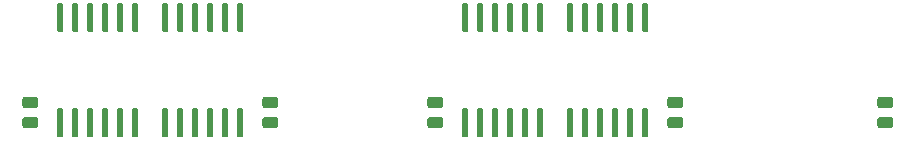
<source format=gtp>
G04 #@! TF.GenerationSoftware,KiCad,Pcbnew,(5.1.5-0-10_14)*
G04 #@! TF.CreationDate,2020-05-15T16:43:25-04:00*
G04 #@! TF.ProjectId,simm-30-4mb,73696d6d-2d33-4302-9d34-6d622e6b6963,rev?*
G04 #@! TF.SameCoordinates,Original*
G04 #@! TF.FileFunction,Paste,Top*
G04 #@! TF.FilePolarity,Positive*
%FSLAX46Y46*%
G04 Gerber Fmt 4.6, Leading zero omitted, Abs format (unit mm)*
G04 Created by KiCad (PCBNEW (5.1.5-0-10_14)) date 2020-05-15 16:43:25*
%MOMM*%
%LPD*%
G04 APERTURE LIST*
%ADD10C,0.100000*%
G04 APERTURE END LIST*
D10*
G36*
X85532312Y-93621272D02*
G01*
X85555945Y-93624778D01*
X85579120Y-93630583D01*
X85601614Y-93638632D01*
X85623212Y-93648846D01*
X85643704Y-93661129D01*
X85662893Y-93675361D01*
X85680595Y-93691405D01*
X85696639Y-93709107D01*
X85710871Y-93728296D01*
X85723154Y-93748788D01*
X85733368Y-93770386D01*
X85741417Y-93792880D01*
X85747222Y-93816055D01*
X85750728Y-93839688D01*
X85751900Y-93863550D01*
X85751900Y-94350450D01*
X85750728Y-94374312D01*
X85747222Y-94397945D01*
X85741417Y-94421120D01*
X85733368Y-94443614D01*
X85723154Y-94465212D01*
X85710871Y-94485704D01*
X85696639Y-94504893D01*
X85680595Y-94522595D01*
X85662893Y-94538639D01*
X85643704Y-94552871D01*
X85623212Y-94565154D01*
X85601614Y-94575368D01*
X85579120Y-94583417D01*
X85555945Y-94589222D01*
X85532312Y-94592728D01*
X85508450Y-94593900D01*
X84671550Y-94593900D01*
X84647688Y-94592728D01*
X84624055Y-94589222D01*
X84600880Y-94583417D01*
X84578386Y-94575368D01*
X84556788Y-94565154D01*
X84536296Y-94552871D01*
X84517107Y-94538639D01*
X84499405Y-94522595D01*
X84483361Y-94504893D01*
X84469129Y-94485704D01*
X84456846Y-94465212D01*
X84446632Y-94443614D01*
X84438583Y-94421120D01*
X84432778Y-94397945D01*
X84429272Y-94374312D01*
X84428100Y-94350450D01*
X84428100Y-93863550D01*
X84429272Y-93839688D01*
X84432778Y-93816055D01*
X84438583Y-93792880D01*
X84446632Y-93770386D01*
X84456846Y-93748788D01*
X84469129Y-93728296D01*
X84483361Y-93709107D01*
X84499405Y-93691405D01*
X84517107Y-93675361D01*
X84536296Y-93661129D01*
X84556788Y-93648846D01*
X84578386Y-93638632D01*
X84600880Y-93630583D01*
X84624055Y-93624778D01*
X84647688Y-93621272D01*
X84671550Y-93620100D01*
X85508450Y-93620100D01*
X85532312Y-93621272D01*
G37*
G36*
X85532312Y-91921272D02*
G01*
X85555945Y-91924778D01*
X85579120Y-91930583D01*
X85601614Y-91938632D01*
X85623212Y-91948846D01*
X85643704Y-91961129D01*
X85662893Y-91975361D01*
X85680595Y-91991405D01*
X85696639Y-92009107D01*
X85710871Y-92028296D01*
X85723154Y-92048788D01*
X85733368Y-92070386D01*
X85741417Y-92092880D01*
X85747222Y-92116055D01*
X85750728Y-92139688D01*
X85751900Y-92163550D01*
X85751900Y-92650450D01*
X85750728Y-92674312D01*
X85747222Y-92697945D01*
X85741417Y-92721120D01*
X85733368Y-92743614D01*
X85723154Y-92765212D01*
X85710871Y-92785704D01*
X85696639Y-92804893D01*
X85680595Y-92822595D01*
X85662893Y-92838639D01*
X85643704Y-92852871D01*
X85623212Y-92865154D01*
X85601614Y-92875368D01*
X85579120Y-92883417D01*
X85555945Y-92889222D01*
X85532312Y-92892728D01*
X85508450Y-92893900D01*
X84671550Y-92893900D01*
X84647688Y-92892728D01*
X84624055Y-92889222D01*
X84600880Y-92883417D01*
X84578386Y-92875368D01*
X84556788Y-92865154D01*
X84536296Y-92852871D01*
X84517107Y-92838639D01*
X84499405Y-92822595D01*
X84483361Y-92804893D01*
X84469129Y-92785704D01*
X84456846Y-92765212D01*
X84446632Y-92743614D01*
X84438583Y-92721120D01*
X84432778Y-92697945D01*
X84429272Y-92674312D01*
X84428100Y-92650450D01*
X84428100Y-92163550D01*
X84429272Y-92139688D01*
X84432778Y-92116055D01*
X84438583Y-92092880D01*
X84446632Y-92070386D01*
X84456846Y-92048788D01*
X84469129Y-92028296D01*
X84483361Y-92009107D01*
X84499405Y-91991405D01*
X84517107Y-91975361D01*
X84536296Y-91961129D01*
X84556788Y-91948846D01*
X84578386Y-91938632D01*
X84600880Y-91930583D01*
X84624055Y-91924778D01*
X84647688Y-91921272D01*
X84671550Y-91920100D01*
X85508450Y-91920100D01*
X85532312Y-91921272D01*
G37*
G36*
X122063785Y-84000731D02*
G01*
X122076497Y-84002616D01*
X122088963Y-84005739D01*
X122101062Y-84010068D01*
X122112679Y-84015562D01*
X122123702Y-84022169D01*
X122134024Y-84029824D01*
X122143546Y-84038454D01*
X122152176Y-84047976D01*
X122159831Y-84058298D01*
X122166438Y-84069321D01*
X122171932Y-84080938D01*
X122176261Y-84093037D01*
X122179384Y-84105503D01*
X122181269Y-84118215D01*
X122181900Y-84131050D01*
X122181900Y-86292950D01*
X122181269Y-86305785D01*
X122179384Y-86318497D01*
X122176261Y-86330963D01*
X122171932Y-86343062D01*
X122166438Y-86354679D01*
X122159831Y-86365702D01*
X122152176Y-86376024D01*
X122143546Y-86385546D01*
X122134024Y-86394176D01*
X122123702Y-86401831D01*
X122112679Y-86408438D01*
X122101062Y-86413932D01*
X122088963Y-86418261D01*
X122076497Y-86421384D01*
X122063785Y-86423269D01*
X122050950Y-86423900D01*
X121789050Y-86423900D01*
X121776215Y-86423269D01*
X121763503Y-86421384D01*
X121751037Y-86418261D01*
X121738938Y-86413932D01*
X121727321Y-86408438D01*
X121716298Y-86401831D01*
X121705976Y-86394176D01*
X121696454Y-86385546D01*
X121687824Y-86376024D01*
X121680169Y-86365702D01*
X121673562Y-86354679D01*
X121668068Y-86343062D01*
X121663739Y-86330963D01*
X121660616Y-86318497D01*
X121658731Y-86305785D01*
X121658100Y-86292950D01*
X121658100Y-84131050D01*
X121658731Y-84118215D01*
X121660616Y-84105503D01*
X121663739Y-84093037D01*
X121668068Y-84080938D01*
X121673562Y-84069321D01*
X121680169Y-84058298D01*
X121687824Y-84047976D01*
X121696454Y-84038454D01*
X121705976Y-84029824D01*
X121716298Y-84022169D01*
X121727321Y-84015562D01*
X121738938Y-84010068D01*
X121751037Y-84005739D01*
X121763503Y-84002616D01*
X121776215Y-84000731D01*
X121789050Y-84000100D01*
X122050950Y-84000100D01*
X122063785Y-84000731D01*
G37*
G36*
X123333785Y-84000731D02*
G01*
X123346497Y-84002616D01*
X123358963Y-84005739D01*
X123371062Y-84010068D01*
X123382679Y-84015562D01*
X123393702Y-84022169D01*
X123404024Y-84029824D01*
X123413546Y-84038454D01*
X123422176Y-84047976D01*
X123429831Y-84058298D01*
X123436438Y-84069321D01*
X123441932Y-84080938D01*
X123446261Y-84093037D01*
X123449384Y-84105503D01*
X123451269Y-84118215D01*
X123451900Y-84131050D01*
X123451900Y-86292950D01*
X123451269Y-86305785D01*
X123449384Y-86318497D01*
X123446261Y-86330963D01*
X123441932Y-86343062D01*
X123436438Y-86354679D01*
X123429831Y-86365702D01*
X123422176Y-86376024D01*
X123413546Y-86385546D01*
X123404024Y-86394176D01*
X123393702Y-86401831D01*
X123382679Y-86408438D01*
X123371062Y-86413932D01*
X123358963Y-86418261D01*
X123346497Y-86421384D01*
X123333785Y-86423269D01*
X123320950Y-86423900D01*
X123059050Y-86423900D01*
X123046215Y-86423269D01*
X123033503Y-86421384D01*
X123021037Y-86418261D01*
X123008938Y-86413932D01*
X122997321Y-86408438D01*
X122986298Y-86401831D01*
X122975976Y-86394176D01*
X122966454Y-86385546D01*
X122957824Y-86376024D01*
X122950169Y-86365702D01*
X122943562Y-86354679D01*
X122938068Y-86343062D01*
X122933739Y-86330963D01*
X122930616Y-86318497D01*
X122928731Y-86305785D01*
X122928100Y-86292950D01*
X122928100Y-84131050D01*
X122928731Y-84118215D01*
X122930616Y-84105503D01*
X122933739Y-84093037D01*
X122938068Y-84080938D01*
X122943562Y-84069321D01*
X122950169Y-84058298D01*
X122957824Y-84047976D01*
X122966454Y-84038454D01*
X122975976Y-84029824D01*
X122986298Y-84022169D01*
X122997321Y-84015562D01*
X123008938Y-84010068D01*
X123021037Y-84005739D01*
X123033503Y-84002616D01*
X123046215Y-84000731D01*
X123059050Y-84000100D01*
X123320950Y-84000100D01*
X123333785Y-84000731D01*
G37*
G36*
X124603785Y-84000731D02*
G01*
X124616497Y-84002616D01*
X124628963Y-84005739D01*
X124641062Y-84010068D01*
X124652679Y-84015562D01*
X124663702Y-84022169D01*
X124674024Y-84029824D01*
X124683546Y-84038454D01*
X124692176Y-84047976D01*
X124699831Y-84058298D01*
X124706438Y-84069321D01*
X124711932Y-84080938D01*
X124716261Y-84093037D01*
X124719384Y-84105503D01*
X124721269Y-84118215D01*
X124721900Y-84131050D01*
X124721900Y-86292950D01*
X124721269Y-86305785D01*
X124719384Y-86318497D01*
X124716261Y-86330963D01*
X124711932Y-86343062D01*
X124706438Y-86354679D01*
X124699831Y-86365702D01*
X124692176Y-86376024D01*
X124683546Y-86385546D01*
X124674024Y-86394176D01*
X124663702Y-86401831D01*
X124652679Y-86408438D01*
X124641062Y-86413932D01*
X124628963Y-86418261D01*
X124616497Y-86421384D01*
X124603785Y-86423269D01*
X124590950Y-86423900D01*
X124329050Y-86423900D01*
X124316215Y-86423269D01*
X124303503Y-86421384D01*
X124291037Y-86418261D01*
X124278938Y-86413932D01*
X124267321Y-86408438D01*
X124256298Y-86401831D01*
X124245976Y-86394176D01*
X124236454Y-86385546D01*
X124227824Y-86376024D01*
X124220169Y-86365702D01*
X124213562Y-86354679D01*
X124208068Y-86343062D01*
X124203739Y-86330963D01*
X124200616Y-86318497D01*
X124198731Y-86305785D01*
X124198100Y-86292950D01*
X124198100Y-84131050D01*
X124198731Y-84118215D01*
X124200616Y-84105503D01*
X124203739Y-84093037D01*
X124208068Y-84080938D01*
X124213562Y-84069321D01*
X124220169Y-84058298D01*
X124227824Y-84047976D01*
X124236454Y-84038454D01*
X124245976Y-84029824D01*
X124256298Y-84022169D01*
X124267321Y-84015562D01*
X124278938Y-84010068D01*
X124291037Y-84005739D01*
X124303503Y-84002616D01*
X124316215Y-84000731D01*
X124329050Y-84000100D01*
X124590950Y-84000100D01*
X124603785Y-84000731D01*
G37*
G36*
X125873785Y-84000731D02*
G01*
X125886497Y-84002616D01*
X125898963Y-84005739D01*
X125911062Y-84010068D01*
X125922679Y-84015562D01*
X125933702Y-84022169D01*
X125944024Y-84029824D01*
X125953546Y-84038454D01*
X125962176Y-84047976D01*
X125969831Y-84058298D01*
X125976438Y-84069321D01*
X125981932Y-84080938D01*
X125986261Y-84093037D01*
X125989384Y-84105503D01*
X125991269Y-84118215D01*
X125991900Y-84131050D01*
X125991900Y-86292950D01*
X125991269Y-86305785D01*
X125989384Y-86318497D01*
X125986261Y-86330963D01*
X125981932Y-86343062D01*
X125976438Y-86354679D01*
X125969831Y-86365702D01*
X125962176Y-86376024D01*
X125953546Y-86385546D01*
X125944024Y-86394176D01*
X125933702Y-86401831D01*
X125922679Y-86408438D01*
X125911062Y-86413932D01*
X125898963Y-86418261D01*
X125886497Y-86421384D01*
X125873785Y-86423269D01*
X125860950Y-86423900D01*
X125599050Y-86423900D01*
X125586215Y-86423269D01*
X125573503Y-86421384D01*
X125561037Y-86418261D01*
X125548938Y-86413932D01*
X125537321Y-86408438D01*
X125526298Y-86401831D01*
X125515976Y-86394176D01*
X125506454Y-86385546D01*
X125497824Y-86376024D01*
X125490169Y-86365702D01*
X125483562Y-86354679D01*
X125478068Y-86343062D01*
X125473739Y-86330963D01*
X125470616Y-86318497D01*
X125468731Y-86305785D01*
X125468100Y-86292950D01*
X125468100Y-84131050D01*
X125468731Y-84118215D01*
X125470616Y-84105503D01*
X125473739Y-84093037D01*
X125478068Y-84080938D01*
X125483562Y-84069321D01*
X125490169Y-84058298D01*
X125497824Y-84047976D01*
X125506454Y-84038454D01*
X125515976Y-84029824D01*
X125526298Y-84022169D01*
X125537321Y-84015562D01*
X125548938Y-84010068D01*
X125561037Y-84005739D01*
X125573503Y-84002616D01*
X125586215Y-84000731D01*
X125599050Y-84000100D01*
X125860950Y-84000100D01*
X125873785Y-84000731D01*
G37*
G36*
X127143785Y-84000731D02*
G01*
X127156497Y-84002616D01*
X127168963Y-84005739D01*
X127181062Y-84010068D01*
X127192679Y-84015562D01*
X127203702Y-84022169D01*
X127214024Y-84029824D01*
X127223546Y-84038454D01*
X127232176Y-84047976D01*
X127239831Y-84058298D01*
X127246438Y-84069321D01*
X127251932Y-84080938D01*
X127256261Y-84093037D01*
X127259384Y-84105503D01*
X127261269Y-84118215D01*
X127261900Y-84131050D01*
X127261900Y-86292950D01*
X127261269Y-86305785D01*
X127259384Y-86318497D01*
X127256261Y-86330963D01*
X127251932Y-86343062D01*
X127246438Y-86354679D01*
X127239831Y-86365702D01*
X127232176Y-86376024D01*
X127223546Y-86385546D01*
X127214024Y-86394176D01*
X127203702Y-86401831D01*
X127192679Y-86408438D01*
X127181062Y-86413932D01*
X127168963Y-86418261D01*
X127156497Y-86421384D01*
X127143785Y-86423269D01*
X127130950Y-86423900D01*
X126869050Y-86423900D01*
X126856215Y-86423269D01*
X126843503Y-86421384D01*
X126831037Y-86418261D01*
X126818938Y-86413932D01*
X126807321Y-86408438D01*
X126796298Y-86401831D01*
X126785976Y-86394176D01*
X126776454Y-86385546D01*
X126767824Y-86376024D01*
X126760169Y-86365702D01*
X126753562Y-86354679D01*
X126748068Y-86343062D01*
X126743739Y-86330963D01*
X126740616Y-86318497D01*
X126738731Y-86305785D01*
X126738100Y-86292950D01*
X126738100Y-84131050D01*
X126738731Y-84118215D01*
X126740616Y-84105503D01*
X126743739Y-84093037D01*
X126748068Y-84080938D01*
X126753562Y-84069321D01*
X126760169Y-84058298D01*
X126767824Y-84047976D01*
X126776454Y-84038454D01*
X126785976Y-84029824D01*
X126796298Y-84022169D01*
X126807321Y-84015562D01*
X126818938Y-84010068D01*
X126831037Y-84005739D01*
X126843503Y-84002616D01*
X126856215Y-84000731D01*
X126869050Y-84000100D01*
X127130950Y-84000100D01*
X127143785Y-84000731D01*
G37*
G36*
X128413785Y-84000731D02*
G01*
X128426497Y-84002616D01*
X128438963Y-84005739D01*
X128451062Y-84010068D01*
X128462679Y-84015562D01*
X128473702Y-84022169D01*
X128484024Y-84029824D01*
X128493546Y-84038454D01*
X128502176Y-84047976D01*
X128509831Y-84058298D01*
X128516438Y-84069321D01*
X128521932Y-84080938D01*
X128526261Y-84093037D01*
X128529384Y-84105503D01*
X128531269Y-84118215D01*
X128531900Y-84131050D01*
X128531900Y-86292950D01*
X128531269Y-86305785D01*
X128529384Y-86318497D01*
X128526261Y-86330963D01*
X128521932Y-86343062D01*
X128516438Y-86354679D01*
X128509831Y-86365702D01*
X128502176Y-86376024D01*
X128493546Y-86385546D01*
X128484024Y-86394176D01*
X128473702Y-86401831D01*
X128462679Y-86408438D01*
X128451062Y-86413932D01*
X128438963Y-86418261D01*
X128426497Y-86421384D01*
X128413785Y-86423269D01*
X128400950Y-86423900D01*
X128139050Y-86423900D01*
X128126215Y-86423269D01*
X128113503Y-86421384D01*
X128101037Y-86418261D01*
X128088938Y-86413932D01*
X128077321Y-86408438D01*
X128066298Y-86401831D01*
X128055976Y-86394176D01*
X128046454Y-86385546D01*
X128037824Y-86376024D01*
X128030169Y-86365702D01*
X128023562Y-86354679D01*
X128018068Y-86343062D01*
X128013739Y-86330963D01*
X128010616Y-86318497D01*
X128008731Y-86305785D01*
X128008100Y-86292950D01*
X128008100Y-84131050D01*
X128008731Y-84118215D01*
X128010616Y-84105503D01*
X128013739Y-84093037D01*
X128018068Y-84080938D01*
X128023562Y-84069321D01*
X128030169Y-84058298D01*
X128037824Y-84047976D01*
X128046454Y-84038454D01*
X128055976Y-84029824D01*
X128066298Y-84022169D01*
X128077321Y-84015562D01*
X128088938Y-84010068D01*
X128101037Y-84005739D01*
X128113503Y-84002616D01*
X128126215Y-84000731D01*
X128139050Y-84000100D01*
X128400950Y-84000100D01*
X128413785Y-84000731D01*
G37*
G36*
X130953785Y-84000731D02*
G01*
X130966497Y-84002616D01*
X130978963Y-84005739D01*
X130991062Y-84010068D01*
X131002679Y-84015562D01*
X131013702Y-84022169D01*
X131024024Y-84029824D01*
X131033546Y-84038454D01*
X131042176Y-84047976D01*
X131049831Y-84058298D01*
X131056438Y-84069321D01*
X131061932Y-84080938D01*
X131066261Y-84093037D01*
X131069384Y-84105503D01*
X131071269Y-84118215D01*
X131071900Y-84131050D01*
X131071900Y-86292950D01*
X131071269Y-86305785D01*
X131069384Y-86318497D01*
X131066261Y-86330963D01*
X131061932Y-86343062D01*
X131056438Y-86354679D01*
X131049831Y-86365702D01*
X131042176Y-86376024D01*
X131033546Y-86385546D01*
X131024024Y-86394176D01*
X131013702Y-86401831D01*
X131002679Y-86408438D01*
X130991062Y-86413932D01*
X130978963Y-86418261D01*
X130966497Y-86421384D01*
X130953785Y-86423269D01*
X130940950Y-86423900D01*
X130679050Y-86423900D01*
X130666215Y-86423269D01*
X130653503Y-86421384D01*
X130641037Y-86418261D01*
X130628938Y-86413932D01*
X130617321Y-86408438D01*
X130606298Y-86401831D01*
X130595976Y-86394176D01*
X130586454Y-86385546D01*
X130577824Y-86376024D01*
X130570169Y-86365702D01*
X130563562Y-86354679D01*
X130558068Y-86343062D01*
X130553739Y-86330963D01*
X130550616Y-86318497D01*
X130548731Y-86305785D01*
X130548100Y-86292950D01*
X130548100Y-84131050D01*
X130548731Y-84118215D01*
X130550616Y-84105503D01*
X130553739Y-84093037D01*
X130558068Y-84080938D01*
X130563562Y-84069321D01*
X130570169Y-84058298D01*
X130577824Y-84047976D01*
X130586454Y-84038454D01*
X130595976Y-84029824D01*
X130606298Y-84022169D01*
X130617321Y-84015562D01*
X130628938Y-84010068D01*
X130641037Y-84005739D01*
X130653503Y-84002616D01*
X130666215Y-84000731D01*
X130679050Y-84000100D01*
X130940950Y-84000100D01*
X130953785Y-84000731D01*
G37*
G36*
X132223785Y-84000731D02*
G01*
X132236497Y-84002616D01*
X132248963Y-84005739D01*
X132261062Y-84010068D01*
X132272679Y-84015562D01*
X132283702Y-84022169D01*
X132294024Y-84029824D01*
X132303546Y-84038454D01*
X132312176Y-84047976D01*
X132319831Y-84058298D01*
X132326438Y-84069321D01*
X132331932Y-84080938D01*
X132336261Y-84093037D01*
X132339384Y-84105503D01*
X132341269Y-84118215D01*
X132341900Y-84131050D01*
X132341900Y-86292950D01*
X132341269Y-86305785D01*
X132339384Y-86318497D01*
X132336261Y-86330963D01*
X132331932Y-86343062D01*
X132326438Y-86354679D01*
X132319831Y-86365702D01*
X132312176Y-86376024D01*
X132303546Y-86385546D01*
X132294024Y-86394176D01*
X132283702Y-86401831D01*
X132272679Y-86408438D01*
X132261062Y-86413932D01*
X132248963Y-86418261D01*
X132236497Y-86421384D01*
X132223785Y-86423269D01*
X132210950Y-86423900D01*
X131949050Y-86423900D01*
X131936215Y-86423269D01*
X131923503Y-86421384D01*
X131911037Y-86418261D01*
X131898938Y-86413932D01*
X131887321Y-86408438D01*
X131876298Y-86401831D01*
X131865976Y-86394176D01*
X131856454Y-86385546D01*
X131847824Y-86376024D01*
X131840169Y-86365702D01*
X131833562Y-86354679D01*
X131828068Y-86343062D01*
X131823739Y-86330963D01*
X131820616Y-86318497D01*
X131818731Y-86305785D01*
X131818100Y-86292950D01*
X131818100Y-84131050D01*
X131818731Y-84118215D01*
X131820616Y-84105503D01*
X131823739Y-84093037D01*
X131828068Y-84080938D01*
X131833562Y-84069321D01*
X131840169Y-84058298D01*
X131847824Y-84047976D01*
X131856454Y-84038454D01*
X131865976Y-84029824D01*
X131876298Y-84022169D01*
X131887321Y-84015562D01*
X131898938Y-84010068D01*
X131911037Y-84005739D01*
X131923503Y-84002616D01*
X131936215Y-84000731D01*
X131949050Y-84000100D01*
X132210950Y-84000100D01*
X132223785Y-84000731D01*
G37*
G36*
X133493785Y-84000731D02*
G01*
X133506497Y-84002616D01*
X133518963Y-84005739D01*
X133531062Y-84010068D01*
X133542679Y-84015562D01*
X133553702Y-84022169D01*
X133564024Y-84029824D01*
X133573546Y-84038454D01*
X133582176Y-84047976D01*
X133589831Y-84058298D01*
X133596438Y-84069321D01*
X133601932Y-84080938D01*
X133606261Y-84093037D01*
X133609384Y-84105503D01*
X133611269Y-84118215D01*
X133611900Y-84131050D01*
X133611900Y-86292950D01*
X133611269Y-86305785D01*
X133609384Y-86318497D01*
X133606261Y-86330963D01*
X133601932Y-86343062D01*
X133596438Y-86354679D01*
X133589831Y-86365702D01*
X133582176Y-86376024D01*
X133573546Y-86385546D01*
X133564024Y-86394176D01*
X133553702Y-86401831D01*
X133542679Y-86408438D01*
X133531062Y-86413932D01*
X133518963Y-86418261D01*
X133506497Y-86421384D01*
X133493785Y-86423269D01*
X133480950Y-86423900D01*
X133219050Y-86423900D01*
X133206215Y-86423269D01*
X133193503Y-86421384D01*
X133181037Y-86418261D01*
X133168938Y-86413932D01*
X133157321Y-86408438D01*
X133146298Y-86401831D01*
X133135976Y-86394176D01*
X133126454Y-86385546D01*
X133117824Y-86376024D01*
X133110169Y-86365702D01*
X133103562Y-86354679D01*
X133098068Y-86343062D01*
X133093739Y-86330963D01*
X133090616Y-86318497D01*
X133088731Y-86305785D01*
X133088100Y-86292950D01*
X133088100Y-84131050D01*
X133088731Y-84118215D01*
X133090616Y-84105503D01*
X133093739Y-84093037D01*
X133098068Y-84080938D01*
X133103562Y-84069321D01*
X133110169Y-84058298D01*
X133117824Y-84047976D01*
X133126454Y-84038454D01*
X133135976Y-84029824D01*
X133146298Y-84022169D01*
X133157321Y-84015562D01*
X133168938Y-84010068D01*
X133181037Y-84005739D01*
X133193503Y-84002616D01*
X133206215Y-84000731D01*
X133219050Y-84000100D01*
X133480950Y-84000100D01*
X133493785Y-84000731D01*
G37*
G36*
X134763785Y-84000731D02*
G01*
X134776497Y-84002616D01*
X134788963Y-84005739D01*
X134801062Y-84010068D01*
X134812679Y-84015562D01*
X134823702Y-84022169D01*
X134834024Y-84029824D01*
X134843546Y-84038454D01*
X134852176Y-84047976D01*
X134859831Y-84058298D01*
X134866438Y-84069321D01*
X134871932Y-84080938D01*
X134876261Y-84093037D01*
X134879384Y-84105503D01*
X134881269Y-84118215D01*
X134881900Y-84131050D01*
X134881900Y-86292950D01*
X134881269Y-86305785D01*
X134879384Y-86318497D01*
X134876261Y-86330963D01*
X134871932Y-86343062D01*
X134866438Y-86354679D01*
X134859831Y-86365702D01*
X134852176Y-86376024D01*
X134843546Y-86385546D01*
X134834024Y-86394176D01*
X134823702Y-86401831D01*
X134812679Y-86408438D01*
X134801062Y-86413932D01*
X134788963Y-86418261D01*
X134776497Y-86421384D01*
X134763785Y-86423269D01*
X134750950Y-86423900D01*
X134489050Y-86423900D01*
X134476215Y-86423269D01*
X134463503Y-86421384D01*
X134451037Y-86418261D01*
X134438938Y-86413932D01*
X134427321Y-86408438D01*
X134416298Y-86401831D01*
X134405976Y-86394176D01*
X134396454Y-86385546D01*
X134387824Y-86376024D01*
X134380169Y-86365702D01*
X134373562Y-86354679D01*
X134368068Y-86343062D01*
X134363739Y-86330963D01*
X134360616Y-86318497D01*
X134358731Y-86305785D01*
X134358100Y-86292950D01*
X134358100Y-84131050D01*
X134358731Y-84118215D01*
X134360616Y-84105503D01*
X134363739Y-84093037D01*
X134368068Y-84080938D01*
X134373562Y-84069321D01*
X134380169Y-84058298D01*
X134387824Y-84047976D01*
X134396454Y-84038454D01*
X134405976Y-84029824D01*
X134416298Y-84022169D01*
X134427321Y-84015562D01*
X134438938Y-84010068D01*
X134451037Y-84005739D01*
X134463503Y-84002616D01*
X134476215Y-84000731D01*
X134489050Y-84000100D01*
X134750950Y-84000100D01*
X134763785Y-84000731D01*
G37*
G36*
X136033785Y-84000731D02*
G01*
X136046497Y-84002616D01*
X136058963Y-84005739D01*
X136071062Y-84010068D01*
X136082679Y-84015562D01*
X136093702Y-84022169D01*
X136104024Y-84029824D01*
X136113546Y-84038454D01*
X136122176Y-84047976D01*
X136129831Y-84058298D01*
X136136438Y-84069321D01*
X136141932Y-84080938D01*
X136146261Y-84093037D01*
X136149384Y-84105503D01*
X136151269Y-84118215D01*
X136151900Y-84131050D01*
X136151900Y-86292950D01*
X136151269Y-86305785D01*
X136149384Y-86318497D01*
X136146261Y-86330963D01*
X136141932Y-86343062D01*
X136136438Y-86354679D01*
X136129831Y-86365702D01*
X136122176Y-86376024D01*
X136113546Y-86385546D01*
X136104024Y-86394176D01*
X136093702Y-86401831D01*
X136082679Y-86408438D01*
X136071062Y-86413932D01*
X136058963Y-86418261D01*
X136046497Y-86421384D01*
X136033785Y-86423269D01*
X136020950Y-86423900D01*
X135759050Y-86423900D01*
X135746215Y-86423269D01*
X135733503Y-86421384D01*
X135721037Y-86418261D01*
X135708938Y-86413932D01*
X135697321Y-86408438D01*
X135686298Y-86401831D01*
X135675976Y-86394176D01*
X135666454Y-86385546D01*
X135657824Y-86376024D01*
X135650169Y-86365702D01*
X135643562Y-86354679D01*
X135638068Y-86343062D01*
X135633739Y-86330963D01*
X135630616Y-86318497D01*
X135628731Y-86305785D01*
X135628100Y-86292950D01*
X135628100Y-84131050D01*
X135628731Y-84118215D01*
X135630616Y-84105503D01*
X135633739Y-84093037D01*
X135638068Y-84080938D01*
X135643562Y-84069321D01*
X135650169Y-84058298D01*
X135657824Y-84047976D01*
X135666454Y-84038454D01*
X135675976Y-84029824D01*
X135686298Y-84022169D01*
X135697321Y-84015562D01*
X135708938Y-84010068D01*
X135721037Y-84005739D01*
X135733503Y-84002616D01*
X135746215Y-84000731D01*
X135759050Y-84000100D01*
X136020950Y-84000100D01*
X136033785Y-84000731D01*
G37*
G36*
X137303785Y-84000731D02*
G01*
X137316497Y-84002616D01*
X137328963Y-84005739D01*
X137341062Y-84010068D01*
X137352679Y-84015562D01*
X137363702Y-84022169D01*
X137374024Y-84029824D01*
X137383546Y-84038454D01*
X137392176Y-84047976D01*
X137399831Y-84058298D01*
X137406438Y-84069321D01*
X137411932Y-84080938D01*
X137416261Y-84093037D01*
X137419384Y-84105503D01*
X137421269Y-84118215D01*
X137421900Y-84131050D01*
X137421900Y-86292950D01*
X137421269Y-86305785D01*
X137419384Y-86318497D01*
X137416261Y-86330963D01*
X137411932Y-86343062D01*
X137406438Y-86354679D01*
X137399831Y-86365702D01*
X137392176Y-86376024D01*
X137383546Y-86385546D01*
X137374024Y-86394176D01*
X137363702Y-86401831D01*
X137352679Y-86408438D01*
X137341062Y-86413932D01*
X137328963Y-86418261D01*
X137316497Y-86421384D01*
X137303785Y-86423269D01*
X137290950Y-86423900D01*
X137029050Y-86423900D01*
X137016215Y-86423269D01*
X137003503Y-86421384D01*
X136991037Y-86418261D01*
X136978938Y-86413932D01*
X136967321Y-86408438D01*
X136956298Y-86401831D01*
X136945976Y-86394176D01*
X136936454Y-86385546D01*
X136927824Y-86376024D01*
X136920169Y-86365702D01*
X136913562Y-86354679D01*
X136908068Y-86343062D01*
X136903739Y-86330963D01*
X136900616Y-86318497D01*
X136898731Y-86305785D01*
X136898100Y-86292950D01*
X136898100Y-84131050D01*
X136898731Y-84118215D01*
X136900616Y-84105503D01*
X136903739Y-84093037D01*
X136908068Y-84080938D01*
X136913562Y-84069321D01*
X136920169Y-84058298D01*
X136927824Y-84047976D01*
X136936454Y-84038454D01*
X136945976Y-84029824D01*
X136956298Y-84022169D01*
X136967321Y-84015562D01*
X136978938Y-84010068D01*
X136991037Y-84005739D01*
X137003503Y-84002616D01*
X137016215Y-84000731D01*
X137029050Y-84000100D01*
X137290950Y-84000100D01*
X137303785Y-84000731D01*
G37*
G36*
X137303785Y-92900731D02*
G01*
X137316497Y-92902616D01*
X137328963Y-92905739D01*
X137341062Y-92910068D01*
X137352679Y-92915562D01*
X137363702Y-92922169D01*
X137374024Y-92929824D01*
X137383546Y-92938454D01*
X137392176Y-92947976D01*
X137399831Y-92958298D01*
X137406438Y-92969321D01*
X137411932Y-92980938D01*
X137416261Y-92993037D01*
X137419384Y-93005503D01*
X137421269Y-93018215D01*
X137421900Y-93031050D01*
X137421900Y-95192950D01*
X137421269Y-95205785D01*
X137419384Y-95218497D01*
X137416261Y-95230963D01*
X137411932Y-95243062D01*
X137406438Y-95254679D01*
X137399831Y-95265702D01*
X137392176Y-95276024D01*
X137383546Y-95285546D01*
X137374024Y-95294176D01*
X137363702Y-95301831D01*
X137352679Y-95308438D01*
X137341062Y-95313932D01*
X137328963Y-95318261D01*
X137316497Y-95321384D01*
X137303785Y-95323269D01*
X137290950Y-95323900D01*
X137029050Y-95323900D01*
X137016215Y-95323269D01*
X137003503Y-95321384D01*
X136991037Y-95318261D01*
X136978938Y-95313932D01*
X136967321Y-95308438D01*
X136956298Y-95301831D01*
X136945976Y-95294176D01*
X136936454Y-95285546D01*
X136927824Y-95276024D01*
X136920169Y-95265702D01*
X136913562Y-95254679D01*
X136908068Y-95243062D01*
X136903739Y-95230963D01*
X136900616Y-95218497D01*
X136898731Y-95205785D01*
X136898100Y-95192950D01*
X136898100Y-93031050D01*
X136898731Y-93018215D01*
X136900616Y-93005503D01*
X136903739Y-92993037D01*
X136908068Y-92980938D01*
X136913562Y-92969321D01*
X136920169Y-92958298D01*
X136927824Y-92947976D01*
X136936454Y-92938454D01*
X136945976Y-92929824D01*
X136956298Y-92922169D01*
X136967321Y-92915562D01*
X136978938Y-92910068D01*
X136991037Y-92905739D01*
X137003503Y-92902616D01*
X137016215Y-92900731D01*
X137029050Y-92900100D01*
X137290950Y-92900100D01*
X137303785Y-92900731D01*
G37*
G36*
X136033785Y-92900731D02*
G01*
X136046497Y-92902616D01*
X136058963Y-92905739D01*
X136071062Y-92910068D01*
X136082679Y-92915562D01*
X136093702Y-92922169D01*
X136104024Y-92929824D01*
X136113546Y-92938454D01*
X136122176Y-92947976D01*
X136129831Y-92958298D01*
X136136438Y-92969321D01*
X136141932Y-92980938D01*
X136146261Y-92993037D01*
X136149384Y-93005503D01*
X136151269Y-93018215D01*
X136151900Y-93031050D01*
X136151900Y-95192950D01*
X136151269Y-95205785D01*
X136149384Y-95218497D01*
X136146261Y-95230963D01*
X136141932Y-95243062D01*
X136136438Y-95254679D01*
X136129831Y-95265702D01*
X136122176Y-95276024D01*
X136113546Y-95285546D01*
X136104024Y-95294176D01*
X136093702Y-95301831D01*
X136082679Y-95308438D01*
X136071062Y-95313932D01*
X136058963Y-95318261D01*
X136046497Y-95321384D01*
X136033785Y-95323269D01*
X136020950Y-95323900D01*
X135759050Y-95323900D01*
X135746215Y-95323269D01*
X135733503Y-95321384D01*
X135721037Y-95318261D01*
X135708938Y-95313932D01*
X135697321Y-95308438D01*
X135686298Y-95301831D01*
X135675976Y-95294176D01*
X135666454Y-95285546D01*
X135657824Y-95276024D01*
X135650169Y-95265702D01*
X135643562Y-95254679D01*
X135638068Y-95243062D01*
X135633739Y-95230963D01*
X135630616Y-95218497D01*
X135628731Y-95205785D01*
X135628100Y-95192950D01*
X135628100Y-93031050D01*
X135628731Y-93018215D01*
X135630616Y-93005503D01*
X135633739Y-92993037D01*
X135638068Y-92980938D01*
X135643562Y-92969321D01*
X135650169Y-92958298D01*
X135657824Y-92947976D01*
X135666454Y-92938454D01*
X135675976Y-92929824D01*
X135686298Y-92922169D01*
X135697321Y-92915562D01*
X135708938Y-92910068D01*
X135721037Y-92905739D01*
X135733503Y-92902616D01*
X135746215Y-92900731D01*
X135759050Y-92900100D01*
X136020950Y-92900100D01*
X136033785Y-92900731D01*
G37*
G36*
X134763785Y-92900731D02*
G01*
X134776497Y-92902616D01*
X134788963Y-92905739D01*
X134801062Y-92910068D01*
X134812679Y-92915562D01*
X134823702Y-92922169D01*
X134834024Y-92929824D01*
X134843546Y-92938454D01*
X134852176Y-92947976D01*
X134859831Y-92958298D01*
X134866438Y-92969321D01*
X134871932Y-92980938D01*
X134876261Y-92993037D01*
X134879384Y-93005503D01*
X134881269Y-93018215D01*
X134881900Y-93031050D01*
X134881900Y-95192950D01*
X134881269Y-95205785D01*
X134879384Y-95218497D01*
X134876261Y-95230963D01*
X134871932Y-95243062D01*
X134866438Y-95254679D01*
X134859831Y-95265702D01*
X134852176Y-95276024D01*
X134843546Y-95285546D01*
X134834024Y-95294176D01*
X134823702Y-95301831D01*
X134812679Y-95308438D01*
X134801062Y-95313932D01*
X134788963Y-95318261D01*
X134776497Y-95321384D01*
X134763785Y-95323269D01*
X134750950Y-95323900D01*
X134489050Y-95323900D01*
X134476215Y-95323269D01*
X134463503Y-95321384D01*
X134451037Y-95318261D01*
X134438938Y-95313932D01*
X134427321Y-95308438D01*
X134416298Y-95301831D01*
X134405976Y-95294176D01*
X134396454Y-95285546D01*
X134387824Y-95276024D01*
X134380169Y-95265702D01*
X134373562Y-95254679D01*
X134368068Y-95243062D01*
X134363739Y-95230963D01*
X134360616Y-95218497D01*
X134358731Y-95205785D01*
X134358100Y-95192950D01*
X134358100Y-93031050D01*
X134358731Y-93018215D01*
X134360616Y-93005503D01*
X134363739Y-92993037D01*
X134368068Y-92980938D01*
X134373562Y-92969321D01*
X134380169Y-92958298D01*
X134387824Y-92947976D01*
X134396454Y-92938454D01*
X134405976Y-92929824D01*
X134416298Y-92922169D01*
X134427321Y-92915562D01*
X134438938Y-92910068D01*
X134451037Y-92905739D01*
X134463503Y-92902616D01*
X134476215Y-92900731D01*
X134489050Y-92900100D01*
X134750950Y-92900100D01*
X134763785Y-92900731D01*
G37*
G36*
X133493785Y-92900731D02*
G01*
X133506497Y-92902616D01*
X133518963Y-92905739D01*
X133531062Y-92910068D01*
X133542679Y-92915562D01*
X133553702Y-92922169D01*
X133564024Y-92929824D01*
X133573546Y-92938454D01*
X133582176Y-92947976D01*
X133589831Y-92958298D01*
X133596438Y-92969321D01*
X133601932Y-92980938D01*
X133606261Y-92993037D01*
X133609384Y-93005503D01*
X133611269Y-93018215D01*
X133611900Y-93031050D01*
X133611900Y-95192950D01*
X133611269Y-95205785D01*
X133609384Y-95218497D01*
X133606261Y-95230963D01*
X133601932Y-95243062D01*
X133596438Y-95254679D01*
X133589831Y-95265702D01*
X133582176Y-95276024D01*
X133573546Y-95285546D01*
X133564024Y-95294176D01*
X133553702Y-95301831D01*
X133542679Y-95308438D01*
X133531062Y-95313932D01*
X133518963Y-95318261D01*
X133506497Y-95321384D01*
X133493785Y-95323269D01*
X133480950Y-95323900D01*
X133219050Y-95323900D01*
X133206215Y-95323269D01*
X133193503Y-95321384D01*
X133181037Y-95318261D01*
X133168938Y-95313932D01*
X133157321Y-95308438D01*
X133146298Y-95301831D01*
X133135976Y-95294176D01*
X133126454Y-95285546D01*
X133117824Y-95276024D01*
X133110169Y-95265702D01*
X133103562Y-95254679D01*
X133098068Y-95243062D01*
X133093739Y-95230963D01*
X133090616Y-95218497D01*
X133088731Y-95205785D01*
X133088100Y-95192950D01*
X133088100Y-93031050D01*
X133088731Y-93018215D01*
X133090616Y-93005503D01*
X133093739Y-92993037D01*
X133098068Y-92980938D01*
X133103562Y-92969321D01*
X133110169Y-92958298D01*
X133117824Y-92947976D01*
X133126454Y-92938454D01*
X133135976Y-92929824D01*
X133146298Y-92922169D01*
X133157321Y-92915562D01*
X133168938Y-92910068D01*
X133181037Y-92905739D01*
X133193503Y-92902616D01*
X133206215Y-92900731D01*
X133219050Y-92900100D01*
X133480950Y-92900100D01*
X133493785Y-92900731D01*
G37*
G36*
X132223785Y-92900731D02*
G01*
X132236497Y-92902616D01*
X132248963Y-92905739D01*
X132261062Y-92910068D01*
X132272679Y-92915562D01*
X132283702Y-92922169D01*
X132294024Y-92929824D01*
X132303546Y-92938454D01*
X132312176Y-92947976D01*
X132319831Y-92958298D01*
X132326438Y-92969321D01*
X132331932Y-92980938D01*
X132336261Y-92993037D01*
X132339384Y-93005503D01*
X132341269Y-93018215D01*
X132341900Y-93031050D01*
X132341900Y-95192950D01*
X132341269Y-95205785D01*
X132339384Y-95218497D01*
X132336261Y-95230963D01*
X132331932Y-95243062D01*
X132326438Y-95254679D01*
X132319831Y-95265702D01*
X132312176Y-95276024D01*
X132303546Y-95285546D01*
X132294024Y-95294176D01*
X132283702Y-95301831D01*
X132272679Y-95308438D01*
X132261062Y-95313932D01*
X132248963Y-95318261D01*
X132236497Y-95321384D01*
X132223785Y-95323269D01*
X132210950Y-95323900D01*
X131949050Y-95323900D01*
X131936215Y-95323269D01*
X131923503Y-95321384D01*
X131911037Y-95318261D01*
X131898938Y-95313932D01*
X131887321Y-95308438D01*
X131876298Y-95301831D01*
X131865976Y-95294176D01*
X131856454Y-95285546D01*
X131847824Y-95276024D01*
X131840169Y-95265702D01*
X131833562Y-95254679D01*
X131828068Y-95243062D01*
X131823739Y-95230963D01*
X131820616Y-95218497D01*
X131818731Y-95205785D01*
X131818100Y-95192950D01*
X131818100Y-93031050D01*
X131818731Y-93018215D01*
X131820616Y-93005503D01*
X131823739Y-92993037D01*
X131828068Y-92980938D01*
X131833562Y-92969321D01*
X131840169Y-92958298D01*
X131847824Y-92947976D01*
X131856454Y-92938454D01*
X131865976Y-92929824D01*
X131876298Y-92922169D01*
X131887321Y-92915562D01*
X131898938Y-92910068D01*
X131911037Y-92905739D01*
X131923503Y-92902616D01*
X131936215Y-92900731D01*
X131949050Y-92900100D01*
X132210950Y-92900100D01*
X132223785Y-92900731D01*
G37*
G36*
X130953785Y-92900731D02*
G01*
X130966497Y-92902616D01*
X130978963Y-92905739D01*
X130991062Y-92910068D01*
X131002679Y-92915562D01*
X131013702Y-92922169D01*
X131024024Y-92929824D01*
X131033546Y-92938454D01*
X131042176Y-92947976D01*
X131049831Y-92958298D01*
X131056438Y-92969321D01*
X131061932Y-92980938D01*
X131066261Y-92993037D01*
X131069384Y-93005503D01*
X131071269Y-93018215D01*
X131071900Y-93031050D01*
X131071900Y-95192950D01*
X131071269Y-95205785D01*
X131069384Y-95218497D01*
X131066261Y-95230963D01*
X131061932Y-95243062D01*
X131056438Y-95254679D01*
X131049831Y-95265702D01*
X131042176Y-95276024D01*
X131033546Y-95285546D01*
X131024024Y-95294176D01*
X131013702Y-95301831D01*
X131002679Y-95308438D01*
X130991062Y-95313932D01*
X130978963Y-95318261D01*
X130966497Y-95321384D01*
X130953785Y-95323269D01*
X130940950Y-95323900D01*
X130679050Y-95323900D01*
X130666215Y-95323269D01*
X130653503Y-95321384D01*
X130641037Y-95318261D01*
X130628938Y-95313932D01*
X130617321Y-95308438D01*
X130606298Y-95301831D01*
X130595976Y-95294176D01*
X130586454Y-95285546D01*
X130577824Y-95276024D01*
X130570169Y-95265702D01*
X130563562Y-95254679D01*
X130558068Y-95243062D01*
X130553739Y-95230963D01*
X130550616Y-95218497D01*
X130548731Y-95205785D01*
X130548100Y-95192950D01*
X130548100Y-93031050D01*
X130548731Y-93018215D01*
X130550616Y-93005503D01*
X130553739Y-92993037D01*
X130558068Y-92980938D01*
X130563562Y-92969321D01*
X130570169Y-92958298D01*
X130577824Y-92947976D01*
X130586454Y-92938454D01*
X130595976Y-92929824D01*
X130606298Y-92922169D01*
X130617321Y-92915562D01*
X130628938Y-92910068D01*
X130641037Y-92905739D01*
X130653503Y-92902616D01*
X130666215Y-92900731D01*
X130679050Y-92900100D01*
X130940950Y-92900100D01*
X130953785Y-92900731D01*
G37*
G36*
X128413785Y-92900731D02*
G01*
X128426497Y-92902616D01*
X128438963Y-92905739D01*
X128451062Y-92910068D01*
X128462679Y-92915562D01*
X128473702Y-92922169D01*
X128484024Y-92929824D01*
X128493546Y-92938454D01*
X128502176Y-92947976D01*
X128509831Y-92958298D01*
X128516438Y-92969321D01*
X128521932Y-92980938D01*
X128526261Y-92993037D01*
X128529384Y-93005503D01*
X128531269Y-93018215D01*
X128531900Y-93031050D01*
X128531900Y-95192950D01*
X128531269Y-95205785D01*
X128529384Y-95218497D01*
X128526261Y-95230963D01*
X128521932Y-95243062D01*
X128516438Y-95254679D01*
X128509831Y-95265702D01*
X128502176Y-95276024D01*
X128493546Y-95285546D01*
X128484024Y-95294176D01*
X128473702Y-95301831D01*
X128462679Y-95308438D01*
X128451062Y-95313932D01*
X128438963Y-95318261D01*
X128426497Y-95321384D01*
X128413785Y-95323269D01*
X128400950Y-95323900D01*
X128139050Y-95323900D01*
X128126215Y-95323269D01*
X128113503Y-95321384D01*
X128101037Y-95318261D01*
X128088938Y-95313932D01*
X128077321Y-95308438D01*
X128066298Y-95301831D01*
X128055976Y-95294176D01*
X128046454Y-95285546D01*
X128037824Y-95276024D01*
X128030169Y-95265702D01*
X128023562Y-95254679D01*
X128018068Y-95243062D01*
X128013739Y-95230963D01*
X128010616Y-95218497D01*
X128008731Y-95205785D01*
X128008100Y-95192950D01*
X128008100Y-93031050D01*
X128008731Y-93018215D01*
X128010616Y-93005503D01*
X128013739Y-92993037D01*
X128018068Y-92980938D01*
X128023562Y-92969321D01*
X128030169Y-92958298D01*
X128037824Y-92947976D01*
X128046454Y-92938454D01*
X128055976Y-92929824D01*
X128066298Y-92922169D01*
X128077321Y-92915562D01*
X128088938Y-92910068D01*
X128101037Y-92905739D01*
X128113503Y-92902616D01*
X128126215Y-92900731D01*
X128139050Y-92900100D01*
X128400950Y-92900100D01*
X128413785Y-92900731D01*
G37*
G36*
X127143785Y-92900731D02*
G01*
X127156497Y-92902616D01*
X127168963Y-92905739D01*
X127181062Y-92910068D01*
X127192679Y-92915562D01*
X127203702Y-92922169D01*
X127214024Y-92929824D01*
X127223546Y-92938454D01*
X127232176Y-92947976D01*
X127239831Y-92958298D01*
X127246438Y-92969321D01*
X127251932Y-92980938D01*
X127256261Y-92993037D01*
X127259384Y-93005503D01*
X127261269Y-93018215D01*
X127261900Y-93031050D01*
X127261900Y-95192950D01*
X127261269Y-95205785D01*
X127259384Y-95218497D01*
X127256261Y-95230963D01*
X127251932Y-95243062D01*
X127246438Y-95254679D01*
X127239831Y-95265702D01*
X127232176Y-95276024D01*
X127223546Y-95285546D01*
X127214024Y-95294176D01*
X127203702Y-95301831D01*
X127192679Y-95308438D01*
X127181062Y-95313932D01*
X127168963Y-95318261D01*
X127156497Y-95321384D01*
X127143785Y-95323269D01*
X127130950Y-95323900D01*
X126869050Y-95323900D01*
X126856215Y-95323269D01*
X126843503Y-95321384D01*
X126831037Y-95318261D01*
X126818938Y-95313932D01*
X126807321Y-95308438D01*
X126796298Y-95301831D01*
X126785976Y-95294176D01*
X126776454Y-95285546D01*
X126767824Y-95276024D01*
X126760169Y-95265702D01*
X126753562Y-95254679D01*
X126748068Y-95243062D01*
X126743739Y-95230963D01*
X126740616Y-95218497D01*
X126738731Y-95205785D01*
X126738100Y-95192950D01*
X126738100Y-93031050D01*
X126738731Y-93018215D01*
X126740616Y-93005503D01*
X126743739Y-92993037D01*
X126748068Y-92980938D01*
X126753562Y-92969321D01*
X126760169Y-92958298D01*
X126767824Y-92947976D01*
X126776454Y-92938454D01*
X126785976Y-92929824D01*
X126796298Y-92922169D01*
X126807321Y-92915562D01*
X126818938Y-92910068D01*
X126831037Y-92905739D01*
X126843503Y-92902616D01*
X126856215Y-92900731D01*
X126869050Y-92900100D01*
X127130950Y-92900100D01*
X127143785Y-92900731D01*
G37*
G36*
X125873785Y-92900731D02*
G01*
X125886497Y-92902616D01*
X125898963Y-92905739D01*
X125911062Y-92910068D01*
X125922679Y-92915562D01*
X125933702Y-92922169D01*
X125944024Y-92929824D01*
X125953546Y-92938454D01*
X125962176Y-92947976D01*
X125969831Y-92958298D01*
X125976438Y-92969321D01*
X125981932Y-92980938D01*
X125986261Y-92993037D01*
X125989384Y-93005503D01*
X125991269Y-93018215D01*
X125991900Y-93031050D01*
X125991900Y-95192950D01*
X125991269Y-95205785D01*
X125989384Y-95218497D01*
X125986261Y-95230963D01*
X125981932Y-95243062D01*
X125976438Y-95254679D01*
X125969831Y-95265702D01*
X125962176Y-95276024D01*
X125953546Y-95285546D01*
X125944024Y-95294176D01*
X125933702Y-95301831D01*
X125922679Y-95308438D01*
X125911062Y-95313932D01*
X125898963Y-95318261D01*
X125886497Y-95321384D01*
X125873785Y-95323269D01*
X125860950Y-95323900D01*
X125599050Y-95323900D01*
X125586215Y-95323269D01*
X125573503Y-95321384D01*
X125561037Y-95318261D01*
X125548938Y-95313932D01*
X125537321Y-95308438D01*
X125526298Y-95301831D01*
X125515976Y-95294176D01*
X125506454Y-95285546D01*
X125497824Y-95276024D01*
X125490169Y-95265702D01*
X125483562Y-95254679D01*
X125478068Y-95243062D01*
X125473739Y-95230963D01*
X125470616Y-95218497D01*
X125468731Y-95205785D01*
X125468100Y-95192950D01*
X125468100Y-93031050D01*
X125468731Y-93018215D01*
X125470616Y-93005503D01*
X125473739Y-92993037D01*
X125478068Y-92980938D01*
X125483562Y-92969321D01*
X125490169Y-92958298D01*
X125497824Y-92947976D01*
X125506454Y-92938454D01*
X125515976Y-92929824D01*
X125526298Y-92922169D01*
X125537321Y-92915562D01*
X125548938Y-92910068D01*
X125561037Y-92905739D01*
X125573503Y-92902616D01*
X125586215Y-92900731D01*
X125599050Y-92900100D01*
X125860950Y-92900100D01*
X125873785Y-92900731D01*
G37*
G36*
X124603785Y-92900731D02*
G01*
X124616497Y-92902616D01*
X124628963Y-92905739D01*
X124641062Y-92910068D01*
X124652679Y-92915562D01*
X124663702Y-92922169D01*
X124674024Y-92929824D01*
X124683546Y-92938454D01*
X124692176Y-92947976D01*
X124699831Y-92958298D01*
X124706438Y-92969321D01*
X124711932Y-92980938D01*
X124716261Y-92993037D01*
X124719384Y-93005503D01*
X124721269Y-93018215D01*
X124721900Y-93031050D01*
X124721900Y-95192950D01*
X124721269Y-95205785D01*
X124719384Y-95218497D01*
X124716261Y-95230963D01*
X124711932Y-95243062D01*
X124706438Y-95254679D01*
X124699831Y-95265702D01*
X124692176Y-95276024D01*
X124683546Y-95285546D01*
X124674024Y-95294176D01*
X124663702Y-95301831D01*
X124652679Y-95308438D01*
X124641062Y-95313932D01*
X124628963Y-95318261D01*
X124616497Y-95321384D01*
X124603785Y-95323269D01*
X124590950Y-95323900D01*
X124329050Y-95323900D01*
X124316215Y-95323269D01*
X124303503Y-95321384D01*
X124291037Y-95318261D01*
X124278938Y-95313932D01*
X124267321Y-95308438D01*
X124256298Y-95301831D01*
X124245976Y-95294176D01*
X124236454Y-95285546D01*
X124227824Y-95276024D01*
X124220169Y-95265702D01*
X124213562Y-95254679D01*
X124208068Y-95243062D01*
X124203739Y-95230963D01*
X124200616Y-95218497D01*
X124198731Y-95205785D01*
X124198100Y-95192950D01*
X124198100Y-93031050D01*
X124198731Y-93018215D01*
X124200616Y-93005503D01*
X124203739Y-92993037D01*
X124208068Y-92980938D01*
X124213562Y-92969321D01*
X124220169Y-92958298D01*
X124227824Y-92947976D01*
X124236454Y-92938454D01*
X124245976Y-92929824D01*
X124256298Y-92922169D01*
X124267321Y-92915562D01*
X124278938Y-92910068D01*
X124291037Y-92905739D01*
X124303503Y-92902616D01*
X124316215Y-92900731D01*
X124329050Y-92900100D01*
X124590950Y-92900100D01*
X124603785Y-92900731D01*
G37*
G36*
X123333785Y-92900731D02*
G01*
X123346497Y-92902616D01*
X123358963Y-92905739D01*
X123371062Y-92910068D01*
X123382679Y-92915562D01*
X123393702Y-92922169D01*
X123404024Y-92929824D01*
X123413546Y-92938454D01*
X123422176Y-92947976D01*
X123429831Y-92958298D01*
X123436438Y-92969321D01*
X123441932Y-92980938D01*
X123446261Y-92993037D01*
X123449384Y-93005503D01*
X123451269Y-93018215D01*
X123451900Y-93031050D01*
X123451900Y-95192950D01*
X123451269Y-95205785D01*
X123449384Y-95218497D01*
X123446261Y-95230963D01*
X123441932Y-95243062D01*
X123436438Y-95254679D01*
X123429831Y-95265702D01*
X123422176Y-95276024D01*
X123413546Y-95285546D01*
X123404024Y-95294176D01*
X123393702Y-95301831D01*
X123382679Y-95308438D01*
X123371062Y-95313932D01*
X123358963Y-95318261D01*
X123346497Y-95321384D01*
X123333785Y-95323269D01*
X123320950Y-95323900D01*
X123059050Y-95323900D01*
X123046215Y-95323269D01*
X123033503Y-95321384D01*
X123021037Y-95318261D01*
X123008938Y-95313932D01*
X122997321Y-95308438D01*
X122986298Y-95301831D01*
X122975976Y-95294176D01*
X122966454Y-95285546D01*
X122957824Y-95276024D01*
X122950169Y-95265702D01*
X122943562Y-95254679D01*
X122938068Y-95243062D01*
X122933739Y-95230963D01*
X122930616Y-95218497D01*
X122928731Y-95205785D01*
X122928100Y-95192950D01*
X122928100Y-93031050D01*
X122928731Y-93018215D01*
X122930616Y-93005503D01*
X122933739Y-92993037D01*
X122938068Y-92980938D01*
X122943562Y-92969321D01*
X122950169Y-92958298D01*
X122957824Y-92947976D01*
X122966454Y-92938454D01*
X122975976Y-92929824D01*
X122986298Y-92922169D01*
X122997321Y-92915562D01*
X123008938Y-92910068D01*
X123021037Y-92905739D01*
X123033503Y-92902616D01*
X123046215Y-92900731D01*
X123059050Y-92900100D01*
X123320950Y-92900100D01*
X123333785Y-92900731D01*
G37*
G36*
X122063785Y-92900731D02*
G01*
X122076497Y-92902616D01*
X122088963Y-92905739D01*
X122101062Y-92910068D01*
X122112679Y-92915562D01*
X122123702Y-92922169D01*
X122134024Y-92929824D01*
X122143546Y-92938454D01*
X122152176Y-92947976D01*
X122159831Y-92958298D01*
X122166438Y-92969321D01*
X122171932Y-92980938D01*
X122176261Y-92993037D01*
X122179384Y-93005503D01*
X122181269Y-93018215D01*
X122181900Y-93031050D01*
X122181900Y-95192950D01*
X122181269Y-95205785D01*
X122179384Y-95218497D01*
X122176261Y-95230963D01*
X122171932Y-95243062D01*
X122166438Y-95254679D01*
X122159831Y-95265702D01*
X122152176Y-95276024D01*
X122143546Y-95285546D01*
X122134024Y-95294176D01*
X122123702Y-95301831D01*
X122112679Y-95308438D01*
X122101062Y-95313932D01*
X122088963Y-95318261D01*
X122076497Y-95321384D01*
X122063785Y-95323269D01*
X122050950Y-95323900D01*
X121789050Y-95323900D01*
X121776215Y-95323269D01*
X121763503Y-95321384D01*
X121751037Y-95318261D01*
X121738938Y-95313932D01*
X121727321Y-95308438D01*
X121716298Y-95301831D01*
X121705976Y-95294176D01*
X121696454Y-95285546D01*
X121687824Y-95276024D01*
X121680169Y-95265702D01*
X121673562Y-95254679D01*
X121668068Y-95243062D01*
X121663739Y-95230963D01*
X121660616Y-95218497D01*
X121658731Y-95205785D01*
X121658100Y-95192950D01*
X121658100Y-93031050D01*
X121658731Y-93018215D01*
X121660616Y-93005503D01*
X121663739Y-92993037D01*
X121668068Y-92980938D01*
X121673562Y-92969321D01*
X121680169Y-92958298D01*
X121687824Y-92947976D01*
X121696454Y-92938454D01*
X121705976Y-92929824D01*
X121716298Y-92922169D01*
X121727321Y-92915562D01*
X121738938Y-92910068D01*
X121751037Y-92905739D01*
X121763503Y-92902616D01*
X121776215Y-92900731D01*
X121789050Y-92900100D01*
X122050950Y-92900100D01*
X122063785Y-92900731D01*
G37*
G36*
X87773785Y-92900731D02*
G01*
X87786497Y-92902616D01*
X87798963Y-92905739D01*
X87811062Y-92910068D01*
X87822679Y-92915562D01*
X87833702Y-92922169D01*
X87844024Y-92929824D01*
X87853546Y-92938454D01*
X87862176Y-92947976D01*
X87869831Y-92958298D01*
X87876438Y-92969321D01*
X87881932Y-92980938D01*
X87886261Y-92993037D01*
X87889384Y-93005503D01*
X87891269Y-93018215D01*
X87891900Y-93031050D01*
X87891900Y-95192950D01*
X87891269Y-95205785D01*
X87889384Y-95218497D01*
X87886261Y-95230963D01*
X87881932Y-95243062D01*
X87876438Y-95254679D01*
X87869831Y-95265702D01*
X87862176Y-95276024D01*
X87853546Y-95285546D01*
X87844024Y-95294176D01*
X87833702Y-95301831D01*
X87822679Y-95308438D01*
X87811062Y-95313932D01*
X87798963Y-95318261D01*
X87786497Y-95321384D01*
X87773785Y-95323269D01*
X87760950Y-95323900D01*
X87499050Y-95323900D01*
X87486215Y-95323269D01*
X87473503Y-95321384D01*
X87461037Y-95318261D01*
X87448938Y-95313932D01*
X87437321Y-95308438D01*
X87426298Y-95301831D01*
X87415976Y-95294176D01*
X87406454Y-95285546D01*
X87397824Y-95276024D01*
X87390169Y-95265702D01*
X87383562Y-95254679D01*
X87378068Y-95243062D01*
X87373739Y-95230963D01*
X87370616Y-95218497D01*
X87368731Y-95205785D01*
X87368100Y-95192950D01*
X87368100Y-93031050D01*
X87368731Y-93018215D01*
X87370616Y-93005503D01*
X87373739Y-92993037D01*
X87378068Y-92980938D01*
X87383562Y-92969321D01*
X87390169Y-92958298D01*
X87397824Y-92947976D01*
X87406454Y-92938454D01*
X87415976Y-92929824D01*
X87426298Y-92922169D01*
X87437321Y-92915562D01*
X87448938Y-92910068D01*
X87461037Y-92905739D01*
X87473503Y-92902616D01*
X87486215Y-92900731D01*
X87499050Y-92900100D01*
X87760950Y-92900100D01*
X87773785Y-92900731D01*
G37*
G36*
X89043785Y-92900731D02*
G01*
X89056497Y-92902616D01*
X89068963Y-92905739D01*
X89081062Y-92910068D01*
X89092679Y-92915562D01*
X89103702Y-92922169D01*
X89114024Y-92929824D01*
X89123546Y-92938454D01*
X89132176Y-92947976D01*
X89139831Y-92958298D01*
X89146438Y-92969321D01*
X89151932Y-92980938D01*
X89156261Y-92993037D01*
X89159384Y-93005503D01*
X89161269Y-93018215D01*
X89161900Y-93031050D01*
X89161900Y-95192950D01*
X89161269Y-95205785D01*
X89159384Y-95218497D01*
X89156261Y-95230963D01*
X89151932Y-95243062D01*
X89146438Y-95254679D01*
X89139831Y-95265702D01*
X89132176Y-95276024D01*
X89123546Y-95285546D01*
X89114024Y-95294176D01*
X89103702Y-95301831D01*
X89092679Y-95308438D01*
X89081062Y-95313932D01*
X89068963Y-95318261D01*
X89056497Y-95321384D01*
X89043785Y-95323269D01*
X89030950Y-95323900D01*
X88769050Y-95323900D01*
X88756215Y-95323269D01*
X88743503Y-95321384D01*
X88731037Y-95318261D01*
X88718938Y-95313932D01*
X88707321Y-95308438D01*
X88696298Y-95301831D01*
X88685976Y-95294176D01*
X88676454Y-95285546D01*
X88667824Y-95276024D01*
X88660169Y-95265702D01*
X88653562Y-95254679D01*
X88648068Y-95243062D01*
X88643739Y-95230963D01*
X88640616Y-95218497D01*
X88638731Y-95205785D01*
X88638100Y-95192950D01*
X88638100Y-93031050D01*
X88638731Y-93018215D01*
X88640616Y-93005503D01*
X88643739Y-92993037D01*
X88648068Y-92980938D01*
X88653562Y-92969321D01*
X88660169Y-92958298D01*
X88667824Y-92947976D01*
X88676454Y-92938454D01*
X88685976Y-92929824D01*
X88696298Y-92922169D01*
X88707321Y-92915562D01*
X88718938Y-92910068D01*
X88731037Y-92905739D01*
X88743503Y-92902616D01*
X88756215Y-92900731D01*
X88769050Y-92900100D01*
X89030950Y-92900100D01*
X89043785Y-92900731D01*
G37*
G36*
X90313785Y-92900731D02*
G01*
X90326497Y-92902616D01*
X90338963Y-92905739D01*
X90351062Y-92910068D01*
X90362679Y-92915562D01*
X90373702Y-92922169D01*
X90384024Y-92929824D01*
X90393546Y-92938454D01*
X90402176Y-92947976D01*
X90409831Y-92958298D01*
X90416438Y-92969321D01*
X90421932Y-92980938D01*
X90426261Y-92993037D01*
X90429384Y-93005503D01*
X90431269Y-93018215D01*
X90431900Y-93031050D01*
X90431900Y-95192950D01*
X90431269Y-95205785D01*
X90429384Y-95218497D01*
X90426261Y-95230963D01*
X90421932Y-95243062D01*
X90416438Y-95254679D01*
X90409831Y-95265702D01*
X90402176Y-95276024D01*
X90393546Y-95285546D01*
X90384024Y-95294176D01*
X90373702Y-95301831D01*
X90362679Y-95308438D01*
X90351062Y-95313932D01*
X90338963Y-95318261D01*
X90326497Y-95321384D01*
X90313785Y-95323269D01*
X90300950Y-95323900D01*
X90039050Y-95323900D01*
X90026215Y-95323269D01*
X90013503Y-95321384D01*
X90001037Y-95318261D01*
X89988938Y-95313932D01*
X89977321Y-95308438D01*
X89966298Y-95301831D01*
X89955976Y-95294176D01*
X89946454Y-95285546D01*
X89937824Y-95276024D01*
X89930169Y-95265702D01*
X89923562Y-95254679D01*
X89918068Y-95243062D01*
X89913739Y-95230963D01*
X89910616Y-95218497D01*
X89908731Y-95205785D01*
X89908100Y-95192950D01*
X89908100Y-93031050D01*
X89908731Y-93018215D01*
X89910616Y-93005503D01*
X89913739Y-92993037D01*
X89918068Y-92980938D01*
X89923562Y-92969321D01*
X89930169Y-92958298D01*
X89937824Y-92947976D01*
X89946454Y-92938454D01*
X89955976Y-92929824D01*
X89966298Y-92922169D01*
X89977321Y-92915562D01*
X89988938Y-92910068D01*
X90001037Y-92905739D01*
X90013503Y-92902616D01*
X90026215Y-92900731D01*
X90039050Y-92900100D01*
X90300950Y-92900100D01*
X90313785Y-92900731D01*
G37*
G36*
X91583785Y-92900731D02*
G01*
X91596497Y-92902616D01*
X91608963Y-92905739D01*
X91621062Y-92910068D01*
X91632679Y-92915562D01*
X91643702Y-92922169D01*
X91654024Y-92929824D01*
X91663546Y-92938454D01*
X91672176Y-92947976D01*
X91679831Y-92958298D01*
X91686438Y-92969321D01*
X91691932Y-92980938D01*
X91696261Y-92993037D01*
X91699384Y-93005503D01*
X91701269Y-93018215D01*
X91701900Y-93031050D01*
X91701900Y-95192950D01*
X91701269Y-95205785D01*
X91699384Y-95218497D01*
X91696261Y-95230963D01*
X91691932Y-95243062D01*
X91686438Y-95254679D01*
X91679831Y-95265702D01*
X91672176Y-95276024D01*
X91663546Y-95285546D01*
X91654024Y-95294176D01*
X91643702Y-95301831D01*
X91632679Y-95308438D01*
X91621062Y-95313932D01*
X91608963Y-95318261D01*
X91596497Y-95321384D01*
X91583785Y-95323269D01*
X91570950Y-95323900D01*
X91309050Y-95323900D01*
X91296215Y-95323269D01*
X91283503Y-95321384D01*
X91271037Y-95318261D01*
X91258938Y-95313932D01*
X91247321Y-95308438D01*
X91236298Y-95301831D01*
X91225976Y-95294176D01*
X91216454Y-95285546D01*
X91207824Y-95276024D01*
X91200169Y-95265702D01*
X91193562Y-95254679D01*
X91188068Y-95243062D01*
X91183739Y-95230963D01*
X91180616Y-95218497D01*
X91178731Y-95205785D01*
X91178100Y-95192950D01*
X91178100Y-93031050D01*
X91178731Y-93018215D01*
X91180616Y-93005503D01*
X91183739Y-92993037D01*
X91188068Y-92980938D01*
X91193562Y-92969321D01*
X91200169Y-92958298D01*
X91207824Y-92947976D01*
X91216454Y-92938454D01*
X91225976Y-92929824D01*
X91236298Y-92922169D01*
X91247321Y-92915562D01*
X91258938Y-92910068D01*
X91271037Y-92905739D01*
X91283503Y-92902616D01*
X91296215Y-92900731D01*
X91309050Y-92900100D01*
X91570950Y-92900100D01*
X91583785Y-92900731D01*
G37*
G36*
X92853785Y-92900731D02*
G01*
X92866497Y-92902616D01*
X92878963Y-92905739D01*
X92891062Y-92910068D01*
X92902679Y-92915562D01*
X92913702Y-92922169D01*
X92924024Y-92929824D01*
X92933546Y-92938454D01*
X92942176Y-92947976D01*
X92949831Y-92958298D01*
X92956438Y-92969321D01*
X92961932Y-92980938D01*
X92966261Y-92993037D01*
X92969384Y-93005503D01*
X92971269Y-93018215D01*
X92971900Y-93031050D01*
X92971900Y-95192950D01*
X92971269Y-95205785D01*
X92969384Y-95218497D01*
X92966261Y-95230963D01*
X92961932Y-95243062D01*
X92956438Y-95254679D01*
X92949831Y-95265702D01*
X92942176Y-95276024D01*
X92933546Y-95285546D01*
X92924024Y-95294176D01*
X92913702Y-95301831D01*
X92902679Y-95308438D01*
X92891062Y-95313932D01*
X92878963Y-95318261D01*
X92866497Y-95321384D01*
X92853785Y-95323269D01*
X92840950Y-95323900D01*
X92579050Y-95323900D01*
X92566215Y-95323269D01*
X92553503Y-95321384D01*
X92541037Y-95318261D01*
X92528938Y-95313932D01*
X92517321Y-95308438D01*
X92506298Y-95301831D01*
X92495976Y-95294176D01*
X92486454Y-95285546D01*
X92477824Y-95276024D01*
X92470169Y-95265702D01*
X92463562Y-95254679D01*
X92458068Y-95243062D01*
X92453739Y-95230963D01*
X92450616Y-95218497D01*
X92448731Y-95205785D01*
X92448100Y-95192950D01*
X92448100Y-93031050D01*
X92448731Y-93018215D01*
X92450616Y-93005503D01*
X92453739Y-92993037D01*
X92458068Y-92980938D01*
X92463562Y-92969321D01*
X92470169Y-92958298D01*
X92477824Y-92947976D01*
X92486454Y-92938454D01*
X92495976Y-92929824D01*
X92506298Y-92922169D01*
X92517321Y-92915562D01*
X92528938Y-92910068D01*
X92541037Y-92905739D01*
X92553503Y-92902616D01*
X92566215Y-92900731D01*
X92579050Y-92900100D01*
X92840950Y-92900100D01*
X92853785Y-92900731D01*
G37*
G36*
X94123785Y-92900731D02*
G01*
X94136497Y-92902616D01*
X94148963Y-92905739D01*
X94161062Y-92910068D01*
X94172679Y-92915562D01*
X94183702Y-92922169D01*
X94194024Y-92929824D01*
X94203546Y-92938454D01*
X94212176Y-92947976D01*
X94219831Y-92958298D01*
X94226438Y-92969321D01*
X94231932Y-92980938D01*
X94236261Y-92993037D01*
X94239384Y-93005503D01*
X94241269Y-93018215D01*
X94241900Y-93031050D01*
X94241900Y-95192950D01*
X94241269Y-95205785D01*
X94239384Y-95218497D01*
X94236261Y-95230963D01*
X94231932Y-95243062D01*
X94226438Y-95254679D01*
X94219831Y-95265702D01*
X94212176Y-95276024D01*
X94203546Y-95285546D01*
X94194024Y-95294176D01*
X94183702Y-95301831D01*
X94172679Y-95308438D01*
X94161062Y-95313932D01*
X94148963Y-95318261D01*
X94136497Y-95321384D01*
X94123785Y-95323269D01*
X94110950Y-95323900D01*
X93849050Y-95323900D01*
X93836215Y-95323269D01*
X93823503Y-95321384D01*
X93811037Y-95318261D01*
X93798938Y-95313932D01*
X93787321Y-95308438D01*
X93776298Y-95301831D01*
X93765976Y-95294176D01*
X93756454Y-95285546D01*
X93747824Y-95276024D01*
X93740169Y-95265702D01*
X93733562Y-95254679D01*
X93728068Y-95243062D01*
X93723739Y-95230963D01*
X93720616Y-95218497D01*
X93718731Y-95205785D01*
X93718100Y-95192950D01*
X93718100Y-93031050D01*
X93718731Y-93018215D01*
X93720616Y-93005503D01*
X93723739Y-92993037D01*
X93728068Y-92980938D01*
X93733562Y-92969321D01*
X93740169Y-92958298D01*
X93747824Y-92947976D01*
X93756454Y-92938454D01*
X93765976Y-92929824D01*
X93776298Y-92922169D01*
X93787321Y-92915562D01*
X93798938Y-92910068D01*
X93811037Y-92905739D01*
X93823503Y-92902616D01*
X93836215Y-92900731D01*
X93849050Y-92900100D01*
X94110950Y-92900100D01*
X94123785Y-92900731D01*
G37*
G36*
X96663785Y-92900731D02*
G01*
X96676497Y-92902616D01*
X96688963Y-92905739D01*
X96701062Y-92910068D01*
X96712679Y-92915562D01*
X96723702Y-92922169D01*
X96734024Y-92929824D01*
X96743546Y-92938454D01*
X96752176Y-92947976D01*
X96759831Y-92958298D01*
X96766438Y-92969321D01*
X96771932Y-92980938D01*
X96776261Y-92993037D01*
X96779384Y-93005503D01*
X96781269Y-93018215D01*
X96781900Y-93031050D01*
X96781900Y-95192950D01*
X96781269Y-95205785D01*
X96779384Y-95218497D01*
X96776261Y-95230963D01*
X96771932Y-95243062D01*
X96766438Y-95254679D01*
X96759831Y-95265702D01*
X96752176Y-95276024D01*
X96743546Y-95285546D01*
X96734024Y-95294176D01*
X96723702Y-95301831D01*
X96712679Y-95308438D01*
X96701062Y-95313932D01*
X96688963Y-95318261D01*
X96676497Y-95321384D01*
X96663785Y-95323269D01*
X96650950Y-95323900D01*
X96389050Y-95323900D01*
X96376215Y-95323269D01*
X96363503Y-95321384D01*
X96351037Y-95318261D01*
X96338938Y-95313932D01*
X96327321Y-95308438D01*
X96316298Y-95301831D01*
X96305976Y-95294176D01*
X96296454Y-95285546D01*
X96287824Y-95276024D01*
X96280169Y-95265702D01*
X96273562Y-95254679D01*
X96268068Y-95243062D01*
X96263739Y-95230963D01*
X96260616Y-95218497D01*
X96258731Y-95205785D01*
X96258100Y-95192950D01*
X96258100Y-93031050D01*
X96258731Y-93018215D01*
X96260616Y-93005503D01*
X96263739Y-92993037D01*
X96268068Y-92980938D01*
X96273562Y-92969321D01*
X96280169Y-92958298D01*
X96287824Y-92947976D01*
X96296454Y-92938454D01*
X96305976Y-92929824D01*
X96316298Y-92922169D01*
X96327321Y-92915562D01*
X96338938Y-92910068D01*
X96351037Y-92905739D01*
X96363503Y-92902616D01*
X96376215Y-92900731D01*
X96389050Y-92900100D01*
X96650950Y-92900100D01*
X96663785Y-92900731D01*
G37*
G36*
X97933785Y-92900731D02*
G01*
X97946497Y-92902616D01*
X97958963Y-92905739D01*
X97971062Y-92910068D01*
X97982679Y-92915562D01*
X97993702Y-92922169D01*
X98004024Y-92929824D01*
X98013546Y-92938454D01*
X98022176Y-92947976D01*
X98029831Y-92958298D01*
X98036438Y-92969321D01*
X98041932Y-92980938D01*
X98046261Y-92993037D01*
X98049384Y-93005503D01*
X98051269Y-93018215D01*
X98051900Y-93031050D01*
X98051900Y-95192950D01*
X98051269Y-95205785D01*
X98049384Y-95218497D01*
X98046261Y-95230963D01*
X98041932Y-95243062D01*
X98036438Y-95254679D01*
X98029831Y-95265702D01*
X98022176Y-95276024D01*
X98013546Y-95285546D01*
X98004024Y-95294176D01*
X97993702Y-95301831D01*
X97982679Y-95308438D01*
X97971062Y-95313932D01*
X97958963Y-95318261D01*
X97946497Y-95321384D01*
X97933785Y-95323269D01*
X97920950Y-95323900D01*
X97659050Y-95323900D01*
X97646215Y-95323269D01*
X97633503Y-95321384D01*
X97621037Y-95318261D01*
X97608938Y-95313932D01*
X97597321Y-95308438D01*
X97586298Y-95301831D01*
X97575976Y-95294176D01*
X97566454Y-95285546D01*
X97557824Y-95276024D01*
X97550169Y-95265702D01*
X97543562Y-95254679D01*
X97538068Y-95243062D01*
X97533739Y-95230963D01*
X97530616Y-95218497D01*
X97528731Y-95205785D01*
X97528100Y-95192950D01*
X97528100Y-93031050D01*
X97528731Y-93018215D01*
X97530616Y-93005503D01*
X97533739Y-92993037D01*
X97538068Y-92980938D01*
X97543562Y-92969321D01*
X97550169Y-92958298D01*
X97557824Y-92947976D01*
X97566454Y-92938454D01*
X97575976Y-92929824D01*
X97586298Y-92922169D01*
X97597321Y-92915562D01*
X97608938Y-92910068D01*
X97621037Y-92905739D01*
X97633503Y-92902616D01*
X97646215Y-92900731D01*
X97659050Y-92900100D01*
X97920950Y-92900100D01*
X97933785Y-92900731D01*
G37*
G36*
X99203785Y-92900731D02*
G01*
X99216497Y-92902616D01*
X99228963Y-92905739D01*
X99241062Y-92910068D01*
X99252679Y-92915562D01*
X99263702Y-92922169D01*
X99274024Y-92929824D01*
X99283546Y-92938454D01*
X99292176Y-92947976D01*
X99299831Y-92958298D01*
X99306438Y-92969321D01*
X99311932Y-92980938D01*
X99316261Y-92993037D01*
X99319384Y-93005503D01*
X99321269Y-93018215D01*
X99321900Y-93031050D01*
X99321900Y-95192950D01*
X99321269Y-95205785D01*
X99319384Y-95218497D01*
X99316261Y-95230963D01*
X99311932Y-95243062D01*
X99306438Y-95254679D01*
X99299831Y-95265702D01*
X99292176Y-95276024D01*
X99283546Y-95285546D01*
X99274024Y-95294176D01*
X99263702Y-95301831D01*
X99252679Y-95308438D01*
X99241062Y-95313932D01*
X99228963Y-95318261D01*
X99216497Y-95321384D01*
X99203785Y-95323269D01*
X99190950Y-95323900D01*
X98929050Y-95323900D01*
X98916215Y-95323269D01*
X98903503Y-95321384D01*
X98891037Y-95318261D01*
X98878938Y-95313932D01*
X98867321Y-95308438D01*
X98856298Y-95301831D01*
X98845976Y-95294176D01*
X98836454Y-95285546D01*
X98827824Y-95276024D01*
X98820169Y-95265702D01*
X98813562Y-95254679D01*
X98808068Y-95243062D01*
X98803739Y-95230963D01*
X98800616Y-95218497D01*
X98798731Y-95205785D01*
X98798100Y-95192950D01*
X98798100Y-93031050D01*
X98798731Y-93018215D01*
X98800616Y-93005503D01*
X98803739Y-92993037D01*
X98808068Y-92980938D01*
X98813562Y-92969321D01*
X98820169Y-92958298D01*
X98827824Y-92947976D01*
X98836454Y-92938454D01*
X98845976Y-92929824D01*
X98856298Y-92922169D01*
X98867321Y-92915562D01*
X98878938Y-92910068D01*
X98891037Y-92905739D01*
X98903503Y-92902616D01*
X98916215Y-92900731D01*
X98929050Y-92900100D01*
X99190950Y-92900100D01*
X99203785Y-92900731D01*
G37*
G36*
X100473785Y-92900731D02*
G01*
X100486497Y-92902616D01*
X100498963Y-92905739D01*
X100511062Y-92910068D01*
X100522679Y-92915562D01*
X100533702Y-92922169D01*
X100544024Y-92929824D01*
X100553546Y-92938454D01*
X100562176Y-92947976D01*
X100569831Y-92958298D01*
X100576438Y-92969321D01*
X100581932Y-92980938D01*
X100586261Y-92993037D01*
X100589384Y-93005503D01*
X100591269Y-93018215D01*
X100591900Y-93031050D01*
X100591900Y-95192950D01*
X100591269Y-95205785D01*
X100589384Y-95218497D01*
X100586261Y-95230963D01*
X100581932Y-95243062D01*
X100576438Y-95254679D01*
X100569831Y-95265702D01*
X100562176Y-95276024D01*
X100553546Y-95285546D01*
X100544024Y-95294176D01*
X100533702Y-95301831D01*
X100522679Y-95308438D01*
X100511062Y-95313932D01*
X100498963Y-95318261D01*
X100486497Y-95321384D01*
X100473785Y-95323269D01*
X100460950Y-95323900D01*
X100199050Y-95323900D01*
X100186215Y-95323269D01*
X100173503Y-95321384D01*
X100161037Y-95318261D01*
X100148938Y-95313932D01*
X100137321Y-95308438D01*
X100126298Y-95301831D01*
X100115976Y-95294176D01*
X100106454Y-95285546D01*
X100097824Y-95276024D01*
X100090169Y-95265702D01*
X100083562Y-95254679D01*
X100078068Y-95243062D01*
X100073739Y-95230963D01*
X100070616Y-95218497D01*
X100068731Y-95205785D01*
X100068100Y-95192950D01*
X100068100Y-93031050D01*
X100068731Y-93018215D01*
X100070616Y-93005503D01*
X100073739Y-92993037D01*
X100078068Y-92980938D01*
X100083562Y-92969321D01*
X100090169Y-92958298D01*
X100097824Y-92947976D01*
X100106454Y-92938454D01*
X100115976Y-92929824D01*
X100126298Y-92922169D01*
X100137321Y-92915562D01*
X100148938Y-92910068D01*
X100161037Y-92905739D01*
X100173503Y-92902616D01*
X100186215Y-92900731D01*
X100199050Y-92900100D01*
X100460950Y-92900100D01*
X100473785Y-92900731D01*
G37*
G36*
X101743785Y-92900731D02*
G01*
X101756497Y-92902616D01*
X101768963Y-92905739D01*
X101781062Y-92910068D01*
X101792679Y-92915562D01*
X101803702Y-92922169D01*
X101814024Y-92929824D01*
X101823546Y-92938454D01*
X101832176Y-92947976D01*
X101839831Y-92958298D01*
X101846438Y-92969321D01*
X101851932Y-92980938D01*
X101856261Y-92993037D01*
X101859384Y-93005503D01*
X101861269Y-93018215D01*
X101861900Y-93031050D01*
X101861900Y-95192950D01*
X101861269Y-95205785D01*
X101859384Y-95218497D01*
X101856261Y-95230963D01*
X101851932Y-95243062D01*
X101846438Y-95254679D01*
X101839831Y-95265702D01*
X101832176Y-95276024D01*
X101823546Y-95285546D01*
X101814024Y-95294176D01*
X101803702Y-95301831D01*
X101792679Y-95308438D01*
X101781062Y-95313932D01*
X101768963Y-95318261D01*
X101756497Y-95321384D01*
X101743785Y-95323269D01*
X101730950Y-95323900D01*
X101469050Y-95323900D01*
X101456215Y-95323269D01*
X101443503Y-95321384D01*
X101431037Y-95318261D01*
X101418938Y-95313932D01*
X101407321Y-95308438D01*
X101396298Y-95301831D01*
X101385976Y-95294176D01*
X101376454Y-95285546D01*
X101367824Y-95276024D01*
X101360169Y-95265702D01*
X101353562Y-95254679D01*
X101348068Y-95243062D01*
X101343739Y-95230963D01*
X101340616Y-95218497D01*
X101338731Y-95205785D01*
X101338100Y-95192950D01*
X101338100Y-93031050D01*
X101338731Y-93018215D01*
X101340616Y-93005503D01*
X101343739Y-92993037D01*
X101348068Y-92980938D01*
X101353562Y-92969321D01*
X101360169Y-92958298D01*
X101367824Y-92947976D01*
X101376454Y-92938454D01*
X101385976Y-92929824D01*
X101396298Y-92922169D01*
X101407321Y-92915562D01*
X101418938Y-92910068D01*
X101431037Y-92905739D01*
X101443503Y-92902616D01*
X101456215Y-92900731D01*
X101469050Y-92900100D01*
X101730950Y-92900100D01*
X101743785Y-92900731D01*
G37*
G36*
X103013785Y-92900731D02*
G01*
X103026497Y-92902616D01*
X103038963Y-92905739D01*
X103051062Y-92910068D01*
X103062679Y-92915562D01*
X103073702Y-92922169D01*
X103084024Y-92929824D01*
X103093546Y-92938454D01*
X103102176Y-92947976D01*
X103109831Y-92958298D01*
X103116438Y-92969321D01*
X103121932Y-92980938D01*
X103126261Y-92993037D01*
X103129384Y-93005503D01*
X103131269Y-93018215D01*
X103131900Y-93031050D01*
X103131900Y-95192950D01*
X103131269Y-95205785D01*
X103129384Y-95218497D01*
X103126261Y-95230963D01*
X103121932Y-95243062D01*
X103116438Y-95254679D01*
X103109831Y-95265702D01*
X103102176Y-95276024D01*
X103093546Y-95285546D01*
X103084024Y-95294176D01*
X103073702Y-95301831D01*
X103062679Y-95308438D01*
X103051062Y-95313932D01*
X103038963Y-95318261D01*
X103026497Y-95321384D01*
X103013785Y-95323269D01*
X103000950Y-95323900D01*
X102739050Y-95323900D01*
X102726215Y-95323269D01*
X102713503Y-95321384D01*
X102701037Y-95318261D01*
X102688938Y-95313932D01*
X102677321Y-95308438D01*
X102666298Y-95301831D01*
X102655976Y-95294176D01*
X102646454Y-95285546D01*
X102637824Y-95276024D01*
X102630169Y-95265702D01*
X102623562Y-95254679D01*
X102618068Y-95243062D01*
X102613739Y-95230963D01*
X102610616Y-95218497D01*
X102608731Y-95205785D01*
X102608100Y-95192950D01*
X102608100Y-93031050D01*
X102608731Y-93018215D01*
X102610616Y-93005503D01*
X102613739Y-92993037D01*
X102618068Y-92980938D01*
X102623562Y-92969321D01*
X102630169Y-92958298D01*
X102637824Y-92947976D01*
X102646454Y-92938454D01*
X102655976Y-92929824D01*
X102666298Y-92922169D01*
X102677321Y-92915562D01*
X102688938Y-92910068D01*
X102701037Y-92905739D01*
X102713503Y-92902616D01*
X102726215Y-92900731D01*
X102739050Y-92900100D01*
X103000950Y-92900100D01*
X103013785Y-92900731D01*
G37*
G36*
X103013785Y-84000731D02*
G01*
X103026497Y-84002616D01*
X103038963Y-84005739D01*
X103051062Y-84010068D01*
X103062679Y-84015562D01*
X103073702Y-84022169D01*
X103084024Y-84029824D01*
X103093546Y-84038454D01*
X103102176Y-84047976D01*
X103109831Y-84058298D01*
X103116438Y-84069321D01*
X103121932Y-84080938D01*
X103126261Y-84093037D01*
X103129384Y-84105503D01*
X103131269Y-84118215D01*
X103131900Y-84131050D01*
X103131900Y-86292950D01*
X103131269Y-86305785D01*
X103129384Y-86318497D01*
X103126261Y-86330963D01*
X103121932Y-86343062D01*
X103116438Y-86354679D01*
X103109831Y-86365702D01*
X103102176Y-86376024D01*
X103093546Y-86385546D01*
X103084024Y-86394176D01*
X103073702Y-86401831D01*
X103062679Y-86408438D01*
X103051062Y-86413932D01*
X103038963Y-86418261D01*
X103026497Y-86421384D01*
X103013785Y-86423269D01*
X103000950Y-86423900D01*
X102739050Y-86423900D01*
X102726215Y-86423269D01*
X102713503Y-86421384D01*
X102701037Y-86418261D01*
X102688938Y-86413932D01*
X102677321Y-86408438D01*
X102666298Y-86401831D01*
X102655976Y-86394176D01*
X102646454Y-86385546D01*
X102637824Y-86376024D01*
X102630169Y-86365702D01*
X102623562Y-86354679D01*
X102618068Y-86343062D01*
X102613739Y-86330963D01*
X102610616Y-86318497D01*
X102608731Y-86305785D01*
X102608100Y-86292950D01*
X102608100Y-84131050D01*
X102608731Y-84118215D01*
X102610616Y-84105503D01*
X102613739Y-84093037D01*
X102618068Y-84080938D01*
X102623562Y-84069321D01*
X102630169Y-84058298D01*
X102637824Y-84047976D01*
X102646454Y-84038454D01*
X102655976Y-84029824D01*
X102666298Y-84022169D01*
X102677321Y-84015562D01*
X102688938Y-84010068D01*
X102701037Y-84005739D01*
X102713503Y-84002616D01*
X102726215Y-84000731D01*
X102739050Y-84000100D01*
X103000950Y-84000100D01*
X103013785Y-84000731D01*
G37*
G36*
X101743785Y-84000731D02*
G01*
X101756497Y-84002616D01*
X101768963Y-84005739D01*
X101781062Y-84010068D01*
X101792679Y-84015562D01*
X101803702Y-84022169D01*
X101814024Y-84029824D01*
X101823546Y-84038454D01*
X101832176Y-84047976D01*
X101839831Y-84058298D01*
X101846438Y-84069321D01*
X101851932Y-84080938D01*
X101856261Y-84093037D01*
X101859384Y-84105503D01*
X101861269Y-84118215D01*
X101861900Y-84131050D01*
X101861900Y-86292950D01*
X101861269Y-86305785D01*
X101859384Y-86318497D01*
X101856261Y-86330963D01*
X101851932Y-86343062D01*
X101846438Y-86354679D01*
X101839831Y-86365702D01*
X101832176Y-86376024D01*
X101823546Y-86385546D01*
X101814024Y-86394176D01*
X101803702Y-86401831D01*
X101792679Y-86408438D01*
X101781062Y-86413932D01*
X101768963Y-86418261D01*
X101756497Y-86421384D01*
X101743785Y-86423269D01*
X101730950Y-86423900D01*
X101469050Y-86423900D01*
X101456215Y-86423269D01*
X101443503Y-86421384D01*
X101431037Y-86418261D01*
X101418938Y-86413932D01*
X101407321Y-86408438D01*
X101396298Y-86401831D01*
X101385976Y-86394176D01*
X101376454Y-86385546D01*
X101367824Y-86376024D01*
X101360169Y-86365702D01*
X101353562Y-86354679D01*
X101348068Y-86343062D01*
X101343739Y-86330963D01*
X101340616Y-86318497D01*
X101338731Y-86305785D01*
X101338100Y-86292950D01*
X101338100Y-84131050D01*
X101338731Y-84118215D01*
X101340616Y-84105503D01*
X101343739Y-84093037D01*
X101348068Y-84080938D01*
X101353562Y-84069321D01*
X101360169Y-84058298D01*
X101367824Y-84047976D01*
X101376454Y-84038454D01*
X101385976Y-84029824D01*
X101396298Y-84022169D01*
X101407321Y-84015562D01*
X101418938Y-84010068D01*
X101431037Y-84005739D01*
X101443503Y-84002616D01*
X101456215Y-84000731D01*
X101469050Y-84000100D01*
X101730950Y-84000100D01*
X101743785Y-84000731D01*
G37*
G36*
X100473785Y-84000731D02*
G01*
X100486497Y-84002616D01*
X100498963Y-84005739D01*
X100511062Y-84010068D01*
X100522679Y-84015562D01*
X100533702Y-84022169D01*
X100544024Y-84029824D01*
X100553546Y-84038454D01*
X100562176Y-84047976D01*
X100569831Y-84058298D01*
X100576438Y-84069321D01*
X100581932Y-84080938D01*
X100586261Y-84093037D01*
X100589384Y-84105503D01*
X100591269Y-84118215D01*
X100591900Y-84131050D01*
X100591900Y-86292950D01*
X100591269Y-86305785D01*
X100589384Y-86318497D01*
X100586261Y-86330963D01*
X100581932Y-86343062D01*
X100576438Y-86354679D01*
X100569831Y-86365702D01*
X100562176Y-86376024D01*
X100553546Y-86385546D01*
X100544024Y-86394176D01*
X100533702Y-86401831D01*
X100522679Y-86408438D01*
X100511062Y-86413932D01*
X100498963Y-86418261D01*
X100486497Y-86421384D01*
X100473785Y-86423269D01*
X100460950Y-86423900D01*
X100199050Y-86423900D01*
X100186215Y-86423269D01*
X100173503Y-86421384D01*
X100161037Y-86418261D01*
X100148938Y-86413932D01*
X100137321Y-86408438D01*
X100126298Y-86401831D01*
X100115976Y-86394176D01*
X100106454Y-86385546D01*
X100097824Y-86376024D01*
X100090169Y-86365702D01*
X100083562Y-86354679D01*
X100078068Y-86343062D01*
X100073739Y-86330963D01*
X100070616Y-86318497D01*
X100068731Y-86305785D01*
X100068100Y-86292950D01*
X100068100Y-84131050D01*
X100068731Y-84118215D01*
X100070616Y-84105503D01*
X100073739Y-84093037D01*
X100078068Y-84080938D01*
X100083562Y-84069321D01*
X100090169Y-84058298D01*
X100097824Y-84047976D01*
X100106454Y-84038454D01*
X100115976Y-84029824D01*
X100126298Y-84022169D01*
X100137321Y-84015562D01*
X100148938Y-84010068D01*
X100161037Y-84005739D01*
X100173503Y-84002616D01*
X100186215Y-84000731D01*
X100199050Y-84000100D01*
X100460950Y-84000100D01*
X100473785Y-84000731D01*
G37*
G36*
X99203785Y-84000731D02*
G01*
X99216497Y-84002616D01*
X99228963Y-84005739D01*
X99241062Y-84010068D01*
X99252679Y-84015562D01*
X99263702Y-84022169D01*
X99274024Y-84029824D01*
X99283546Y-84038454D01*
X99292176Y-84047976D01*
X99299831Y-84058298D01*
X99306438Y-84069321D01*
X99311932Y-84080938D01*
X99316261Y-84093037D01*
X99319384Y-84105503D01*
X99321269Y-84118215D01*
X99321900Y-84131050D01*
X99321900Y-86292950D01*
X99321269Y-86305785D01*
X99319384Y-86318497D01*
X99316261Y-86330963D01*
X99311932Y-86343062D01*
X99306438Y-86354679D01*
X99299831Y-86365702D01*
X99292176Y-86376024D01*
X99283546Y-86385546D01*
X99274024Y-86394176D01*
X99263702Y-86401831D01*
X99252679Y-86408438D01*
X99241062Y-86413932D01*
X99228963Y-86418261D01*
X99216497Y-86421384D01*
X99203785Y-86423269D01*
X99190950Y-86423900D01*
X98929050Y-86423900D01*
X98916215Y-86423269D01*
X98903503Y-86421384D01*
X98891037Y-86418261D01*
X98878938Y-86413932D01*
X98867321Y-86408438D01*
X98856298Y-86401831D01*
X98845976Y-86394176D01*
X98836454Y-86385546D01*
X98827824Y-86376024D01*
X98820169Y-86365702D01*
X98813562Y-86354679D01*
X98808068Y-86343062D01*
X98803739Y-86330963D01*
X98800616Y-86318497D01*
X98798731Y-86305785D01*
X98798100Y-86292950D01*
X98798100Y-84131050D01*
X98798731Y-84118215D01*
X98800616Y-84105503D01*
X98803739Y-84093037D01*
X98808068Y-84080938D01*
X98813562Y-84069321D01*
X98820169Y-84058298D01*
X98827824Y-84047976D01*
X98836454Y-84038454D01*
X98845976Y-84029824D01*
X98856298Y-84022169D01*
X98867321Y-84015562D01*
X98878938Y-84010068D01*
X98891037Y-84005739D01*
X98903503Y-84002616D01*
X98916215Y-84000731D01*
X98929050Y-84000100D01*
X99190950Y-84000100D01*
X99203785Y-84000731D01*
G37*
G36*
X97933785Y-84000731D02*
G01*
X97946497Y-84002616D01*
X97958963Y-84005739D01*
X97971062Y-84010068D01*
X97982679Y-84015562D01*
X97993702Y-84022169D01*
X98004024Y-84029824D01*
X98013546Y-84038454D01*
X98022176Y-84047976D01*
X98029831Y-84058298D01*
X98036438Y-84069321D01*
X98041932Y-84080938D01*
X98046261Y-84093037D01*
X98049384Y-84105503D01*
X98051269Y-84118215D01*
X98051900Y-84131050D01*
X98051900Y-86292950D01*
X98051269Y-86305785D01*
X98049384Y-86318497D01*
X98046261Y-86330963D01*
X98041932Y-86343062D01*
X98036438Y-86354679D01*
X98029831Y-86365702D01*
X98022176Y-86376024D01*
X98013546Y-86385546D01*
X98004024Y-86394176D01*
X97993702Y-86401831D01*
X97982679Y-86408438D01*
X97971062Y-86413932D01*
X97958963Y-86418261D01*
X97946497Y-86421384D01*
X97933785Y-86423269D01*
X97920950Y-86423900D01*
X97659050Y-86423900D01*
X97646215Y-86423269D01*
X97633503Y-86421384D01*
X97621037Y-86418261D01*
X97608938Y-86413932D01*
X97597321Y-86408438D01*
X97586298Y-86401831D01*
X97575976Y-86394176D01*
X97566454Y-86385546D01*
X97557824Y-86376024D01*
X97550169Y-86365702D01*
X97543562Y-86354679D01*
X97538068Y-86343062D01*
X97533739Y-86330963D01*
X97530616Y-86318497D01*
X97528731Y-86305785D01*
X97528100Y-86292950D01*
X97528100Y-84131050D01*
X97528731Y-84118215D01*
X97530616Y-84105503D01*
X97533739Y-84093037D01*
X97538068Y-84080938D01*
X97543562Y-84069321D01*
X97550169Y-84058298D01*
X97557824Y-84047976D01*
X97566454Y-84038454D01*
X97575976Y-84029824D01*
X97586298Y-84022169D01*
X97597321Y-84015562D01*
X97608938Y-84010068D01*
X97621037Y-84005739D01*
X97633503Y-84002616D01*
X97646215Y-84000731D01*
X97659050Y-84000100D01*
X97920950Y-84000100D01*
X97933785Y-84000731D01*
G37*
G36*
X96663785Y-84000731D02*
G01*
X96676497Y-84002616D01*
X96688963Y-84005739D01*
X96701062Y-84010068D01*
X96712679Y-84015562D01*
X96723702Y-84022169D01*
X96734024Y-84029824D01*
X96743546Y-84038454D01*
X96752176Y-84047976D01*
X96759831Y-84058298D01*
X96766438Y-84069321D01*
X96771932Y-84080938D01*
X96776261Y-84093037D01*
X96779384Y-84105503D01*
X96781269Y-84118215D01*
X96781900Y-84131050D01*
X96781900Y-86292950D01*
X96781269Y-86305785D01*
X96779384Y-86318497D01*
X96776261Y-86330963D01*
X96771932Y-86343062D01*
X96766438Y-86354679D01*
X96759831Y-86365702D01*
X96752176Y-86376024D01*
X96743546Y-86385546D01*
X96734024Y-86394176D01*
X96723702Y-86401831D01*
X96712679Y-86408438D01*
X96701062Y-86413932D01*
X96688963Y-86418261D01*
X96676497Y-86421384D01*
X96663785Y-86423269D01*
X96650950Y-86423900D01*
X96389050Y-86423900D01*
X96376215Y-86423269D01*
X96363503Y-86421384D01*
X96351037Y-86418261D01*
X96338938Y-86413932D01*
X96327321Y-86408438D01*
X96316298Y-86401831D01*
X96305976Y-86394176D01*
X96296454Y-86385546D01*
X96287824Y-86376024D01*
X96280169Y-86365702D01*
X96273562Y-86354679D01*
X96268068Y-86343062D01*
X96263739Y-86330963D01*
X96260616Y-86318497D01*
X96258731Y-86305785D01*
X96258100Y-86292950D01*
X96258100Y-84131050D01*
X96258731Y-84118215D01*
X96260616Y-84105503D01*
X96263739Y-84093037D01*
X96268068Y-84080938D01*
X96273562Y-84069321D01*
X96280169Y-84058298D01*
X96287824Y-84047976D01*
X96296454Y-84038454D01*
X96305976Y-84029824D01*
X96316298Y-84022169D01*
X96327321Y-84015562D01*
X96338938Y-84010068D01*
X96351037Y-84005739D01*
X96363503Y-84002616D01*
X96376215Y-84000731D01*
X96389050Y-84000100D01*
X96650950Y-84000100D01*
X96663785Y-84000731D01*
G37*
G36*
X94123785Y-84000731D02*
G01*
X94136497Y-84002616D01*
X94148963Y-84005739D01*
X94161062Y-84010068D01*
X94172679Y-84015562D01*
X94183702Y-84022169D01*
X94194024Y-84029824D01*
X94203546Y-84038454D01*
X94212176Y-84047976D01*
X94219831Y-84058298D01*
X94226438Y-84069321D01*
X94231932Y-84080938D01*
X94236261Y-84093037D01*
X94239384Y-84105503D01*
X94241269Y-84118215D01*
X94241900Y-84131050D01*
X94241900Y-86292950D01*
X94241269Y-86305785D01*
X94239384Y-86318497D01*
X94236261Y-86330963D01*
X94231932Y-86343062D01*
X94226438Y-86354679D01*
X94219831Y-86365702D01*
X94212176Y-86376024D01*
X94203546Y-86385546D01*
X94194024Y-86394176D01*
X94183702Y-86401831D01*
X94172679Y-86408438D01*
X94161062Y-86413932D01*
X94148963Y-86418261D01*
X94136497Y-86421384D01*
X94123785Y-86423269D01*
X94110950Y-86423900D01*
X93849050Y-86423900D01*
X93836215Y-86423269D01*
X93823503Y-86421384D01*
X93811037Y-86418261D01*
X93798938Y-86413932D01*
X93787321Y-86408438D01*
X93776298Y-86401831D01*
X93765976Y-86394176D01*
X93756454Y-86385546D01*
X93747824Y-86376024D01*
X93740169Y-86365702D01*
X93733562Y-86354679D01*
X93728068Y-86343062D01*
X93723739Y-86330963D01*
X93720616Y-86318497D01*
X93718731Y-86305785D01*
X93718100Y-86292950D01*
X93718100Y-84131050D01*
X93718731Y-84118215D01*
X93720616Y-84105503D01*
X93723739Y-84093037D01*
X93728068Y-84080938D01*
X93733562Y-84069321D01*
X93740169Y-84058298D01*
X93747824Y-84047976D01*
X93756454Y-84038454D01*
X93765976Y-84029824D01*
X93776298Y-84022169D01*
X93787321Y-84015562D01*
X93798938Y-84010068D01*
X93811037Y-84005739D01*
X93823503Y-84002616D01*
X93836215Y-84000731D01*
X93849050Y-84000100D01*
X94110950Y-84000100D01*
X94123785Y-84000731D01*
G37*
G36*
X92853785Y-84000731D02*
G01*
X92866497Y-84002616D01*
X92878963Y-84005739D01*
X92891062Y-84010068D01*
X92902679Y-84015562D01*
X92913702Y-84022169D01*
X92924024Y-84029824D01*
X92933546Y-84038454D01*
X92942176Y-84047976D01*
X92949831Y-84058298D01*
X92956438Y-84069321D01*
X92961932Y-84080938D01*
X92966261Y-84093037D01*
X92969384Y-84105503D01*
X92971269Y-84118215D01*
X92971900Y-84131050D01*
X92971900Y-86292950D01*
X92971269Y-86305785D01*
X92969384Y-86318497D01*
X92966261Y-86330963D01*
X92961932Y-86343062D01*
X92956438Y-86354679D01*
X92949831Y-86365702D01*
X92942176Y-86376024D01*
X92933546Y-86385546D01*
X92924024Y-86394176D01*
X92913702Y-86401831D01*
X92902679Y-86408438D01*
X92891062Y-86413932D01*
X92878963Y-86418261D01*
X92866497Y-86421384D01*
X92853785Y-86423269D01*
X92840950Y-86423900D01*
X92579050Y-86423900D01*
X92566215Y-86423269D01*
X92553503Y-86421384D01*
X92541037Y-86418261D01*
X92528938Y-86413932D01*
X92517321Y-86408438D01*
X92506298Y-86401831D01*
X92495976Y-86394176D01*
X92486454Y-86385546D01*
X92477824Y-86376024D01*
X92470169Y-86365702D01*
X92463562Y-86354679D01*
X92458068Y-86343062D01*
X92453739Y-86330963D01*
X92450616Y-86318497D01*
X92448731Y-86305785D01*
X92448100Y-86292950D01*
X92448100Y-84131050D01*
X92448731Y-84118215D01*
X92450616Y-84105503D01*
X92453739Y-84093037D01*
X92458068Y-84080938D01*
X92463562Y-84069321D01*
X92470169Y-84058298D01*
X92477824Y-84047976D01*
X92486454Y-84038454D01*
X92495976Y-84029824D01*
X92506298Y-84022169D01*
X92517321Y-84015562D01*
X92528938Y-84010068D01*
X92541037Y-84005739D01*
X92553503Y-84002616D01*
X92566215Y-84000731D01*
X92579050Y-84000100D01*
X92840950Y-84000100D01*
X92853785Y-84000731D01*
G37*
G36*
X91583785Y-84000731D02*
G01*
X91596497Y-84002616D01*
X91608963Y-84005739D01*
X91621062Y-84010068D01*
X91632679Y-84015562D01*
X91643702Y-84022169D01*
X91654024Y-84029824D01*
X91663546Y-84038454D01*
X91672176Y-84047976D01*
X91679831Y-84058298D01*
X91686438Y-84069321D01*
X91691932Y-84080938D01*
X91696261Y-84093037D01*
X91699384Y-84105503D01*
X91701269Y-84118215D01*
X91701900Y-84131050D01*
X91701900Y-86292950D01*
X91701269Y-86305785D01*
X91699384Y-86318497D01*
X91696261Y-86330963D01*
X91691932Y-86343062D01*
X91686438Y-86354679D01*
X91679831Y-86365702D01*
X91672176Y-86376024D01*
X91663546Y-86385546D01*
X91654024Y-86394176D01*
X91643702Y-86401831D01*
X91632679Y-86408438D01*
X91621062Y-86413932D01*
X91608963Y-86418261D01*
X91596497Y-86421384D01*
X91583785Y-86423269D01*
X91570950Y-86423900D01*
X91309050Y-86423900D01*
X91296215Y-86423269D01*
X91283503Y-86421384D01*
X91271037Y-86418261D01*
X91258938Y-86413932D01*
X91247321Y-86408438D01*
X91236298Y-86401831D01*
X91225976Y-86394176D01*
X91216454Y-86385546D01*
X91207824Y-86376024D01*
X91200169Y-86365702D01*
X91193562Y-86354679D01*
X91188068Y-86343062D01*
X91183739Y-86330963D01*
X91180616Y-86318497D01*
X91178731Y-86305785D01*
X91178100Y-86292950D01*
X91178100Y-84131050D01*
X91178731Y-84118215D01*
X91180616Y-84105503D01*
X91183739Y-84093037D01*
X91188068Y-84080938D01*
X91193562Y-84069321D01*
X91200169Y-84058298D01*
X91207824Y-84047976D01*
X91216454Y-84038454D01*
X91225976Y-84029824D01*
X91236298Y-84022169D01*
X91247321Y-84015562D01*
X91258938Y-84010068D01*
X91271037Y-84005739D01*
X91283503Y-84002616D01*
X91296215Y-84000731D01*
X91309050Y-84000100D01*
X91570950Y-84000100D01*
X91583785Y-84000731D01*
G37*
G36*
X90313785Y-84000731D02*
G01*
X90326497Y-84002616D01*
X90338963Y-84005739D01*
X90351062Y-84010068D01*
X90362679Y-84015562D01*
X90373702Y-84022169D01*
X90384024Y-84029824D01*
X90393546Y-84038454D01*
X90402176Y-84047976D01*
X90409831Y-84058298D01*
X90416438Y-84069321D01*
X90421932Y-84080938D01*
X90426261Y-84093037D01*
X90429384Y-84105503D01*
X90431269Y-84118215D01*
X90431900Y-84131050D01*
X90431900Y-86292950D01*
X90431269Y-86305785D01*
X90429384Y-86318497D01*
X90426261Y-86330963D01*
X90421932Y-86343062D01*
X90416438Y-86354679D01*
X90409831Y-86365702D01*
X90402176Y-86376024D01*
X90393546Y-86385546D01*
X90384024Y-86394176D01*
X90373702Y-86401831D01*
X90362679Y-86408438D01*
X90351062Y-86413932D01*
X90338963Y-86418261D01*
X90326497Y-86421384D01*
X90313785Y-86423269D01*
X90300950Y-86423900D01*
X90039050Y-86423900D01*
X90026215Y-86423269D01*
X90013503Y-86421384D01*
X90001037Y-86418261D01*
X89988938Y-86413932D01*
X89977321Y-86408438D01*
X89966298Y-86401831D01*
X89955976Y-86394176D01*
X89946454Y-86385546D01*
X89937824Y-86376024D01*
X89930169Y-86365702D01*
X89923562Y-86354679D01*
X89918068Y-86343062D01*
X89913739Y-86330963D01*
X89910616Y-86318497D01*
X89908731Y-86305785D01*
X89908100Y-86292950D01*
X89908100Y-84131050D01*
X89908731Y-84118215D01*
X89910616Y-84105503D01*
X89913739Y-84093037D01*
X89918068Y-84080938D01*
X89923562Y-84069321D01*
X89930169Y-84058298D01*
X89937824Y-84047976D01*
X89946454Y-84038454D01*
X89955976Y-84029824D01*
X89966298Y-84022169D01*
X89977321Y-84015562D01*
X89988938Y-84010068D01*
X90001037Y-84005739D01*
X90013503Y-84002616D01*
X90026215Y-84000731D01*
X90039050Y-84000100D01*
X90300950Y-84000100D01*
X90313785Y-84000731D01*
G37*
G36*
X89043785Y-84000731D02*
G01*
X89056497Y-84002616D01*
X89068963Y-84005739D01*
X89081062Y-84010068D01*
X89092679Y-84015562D01*
X89103702Y-84022169D01*
X89114024Y-84029824D01*
X89123546Y-84038454D01*
X89132176Y-84047976D01*
X89139831Y-84058298D01*
X89146438Y-84069321D01*
X89151932Y-84080938D01*
X89156261Y-84093037D01*
X89159384Y-84105503D01*
X89161269Y-84118215D01*
X89161900Y-84131050D01*
X89161900Y-86292950D01*
X89161269Y-86305785D01*
X89159384Y-86318497D01*
X89156261Y-86330963D01*
X89151932Y-86343062D01*
X89146438Y-86354679D01*
X89139831Y-86365702D01*
X89132176Y-86376024D01*
X89123546Y-86385546D01*
X89114024Y-86394176D01*
X89103702Y-86401831D01*
X89092679Y-86408438D01*
X89081062Y-86413932D01*
X89068963Y-86418261D01*
X89056497Y-86421384D01*
X89043785Y-86423269D01*
X89030950Y-86423900D01*
X88769050Y-86423900D01*
X88756215Y-86423269D01*
X88743503Y-86421384D01*
X88731037Y-86418261D01*
X88718938Y-86413932D01*
X88707321Y-86408438D01*
X88696298Y-86401831D01*
X88685976Y-86394176D01*
X88676454Y-86385546D01*
X88667824Y-86376024D01*
X88660169Y-86365702D01*
X88653562Y-86354679D01*
X88648068Y-86343062D01*
X88643739Y-86330963D01*
X88640616Y-86318497D01*
X88638731Y-86305785D01*
X88638100Y-86292950D01*
X88638100Y-84131050D01*
X88638731Y-84118215D01*
X88640616Y-84105503D01*
X88643739Y-84093037D01*
X88648068Y-84080938D01*
X88653562Y-84069321D01*
X88660169Y-84058298D01*
X88667824Y-84047976D01*
X88676454Y-84038454D01*
X88685976Y-84029824D01*
X88696298Y-84022169D01*
X88707321Y-84015562D01*
X88718938Y-84010068D01*
X88731037Y-84005739D01*
X88743503Y-84002616D01*
X88756215Y-84000731D01*
X88769050Y-84000100D01*
X89030950Y-84000100D01*
X89043785Y-84000731D01*
G37*
G36*
X87773785Y-84000731D02*
G01*
X87786497Y-84002616D01*
X87798963Y-84005739D01*
X87811062Y-84010068D01*
X87822679Y-84015562D01*
X87833702Y-84022169D01*
X87844024Y-84029824D01*
X87853546Y-84038454D01*
X87862176Y-84047976D01*
X87869831Y-84058298D01*
X87876438Y-84069321D01*
X87881932Y-84080938D01*
X87886261Y-84093037D01*
X87889384Y-84105503D01*
X87891269Y-84118215D01*
X87891900Y-84131050D01*
X87891900Y-86292950D01*
X87891269Y-86305785D01*
X87889384Y-86318497D01*
X87886261Y-86330963D01*
X87881932Y-86343062D01*
X87876438Y-86354679D01*
X87869831Y-86365702D01*
X87862176Y-86376024D01*
X87853546Y-86385546D01*
X87844024Y-86394176D01*
X87833702Y-86401831D01*
X87822679Y-86408438D01*
X87811062Y-86413932D01*
X87798963Y-86418261D01*
X87786497Y-86421384D01*
X87773785Y-86423269D01*
X87760950Y-86423900D01*
X87499050Y-86423900D01*
X87486215Y-86423269D01*
X87473503Y-86421384D01*
X87461037Y-86418261D01*
X87448938Y-86413932D01*
X87437321Y-86408438D01*
X87426298Y-86401831D01*
X87415976Y-86394176D01*
X87406454Y-86385546D01*
X87397824Y-86376024D01*
X87390169Y-86365702D01*
X87383562Y-86354679D01*
X87378068Y-86343062D01*
X87373739Y-86330963D01*
X87370616Y-86318497D01*
X87368731Y-86305785D01*
X87368100Y-86292950D01*
X87368100Y-84131050D01*
X87368731Y-84118215D01*
X87370616Y-84105503D01*
X87373739Y-84093037D01*
X87378068Y-84080938D01*
X87383562Y-84069321D01*
X87390169Y-84058298D01*
X87397824Y-84047976D01*
X87406454Y-84038454D01*
X87415976Y-84029824D01*
X87426298Y-84022169D01*
X87437321Y-84015562D01*
X87448938Y-84010068D01*
X87461037Y-84005739D01*
X87473503Y-84002616D01*
X87486215Y-84000731D01*
X87499050Y-84000100D01*
X87760950Y-84000100D01*
X87773785Y-84000731D01*
G37*
G36*
X105852312Y-91921272D02*
G01*
X105875945Y-91924778D01*
X105899120Y-91930583D01*
X105921614Y-91938632D01*
X105943212Y-91948846D01*
X105963704Y-91961129D01*
X105982893Y-91975361D01*
X106000595Y-91991405D01*
X106016639Y-92009107D01*
X106030871Y-92028296D01*
X106043154Y-92048788D01*
X106053368Y-92070386D01*
X106061417Y-92092880D01*
X106067222Y-92116055D01*
X106070728Y-92139688D01*
X106071900Y-92163550D01*
X106071900Y-92650450D01*
X106070728Y-92674312D01*
X106067222Y-92697945D01*
X106061417Y-92721120D01*
X106053368Y-92743614D01*
X106043154Y-92765212D01*
X106030871Y-92785704D01*
X106016639Y-92804893D01*
X106000595Y-92822595D01*
X105982893Y-92838639D01*
X105963704Y-92852871D01*
X105943212Y-92865154D01*
X105921614Y-92875368D01*
X105899120Y-92883417D01*
X105875945Y-92889222D01*
X105852312Y-92892728D01*
X105828450Y-92893900D01*
X104991550Y-92893900D01*
X104967688Y-92892728D01*
X104944055Y-92889222D01*
X104920880Y-92883417D01*
X104898386Y-92875368D01*
X104876788Y-92865154D01*
X104856296Y-92852871D01*
X104837107Y-92838639D01*
X104819405Y-92822595D01*
X104803361Y-92804893D01*
X104789129Y-92785704D01*
X104776846Y-92765212D01*
X104766632Y-92743614D01*
X104758583Y-92721120D01*
X104752778Y-92697945D01*
X104749272Y-92674312D01*
X104748100Y-92650450D01*
X104748100Y-92163550D01*
X104749272Y-92139688D01*
X104752778Y-92116055D01*
X104758583Y-92092880D01*
X104766632Y-92070386D01*
X104776846Y-92048788D01*
X104789129Y-92028296D01*
X104803361Y-92009107D01*
X104819405Y-91991405D01*
X104837107Y-91975361D01*
X104856296Y-91961129D01*
X104876788Y-91948846D01*
X104898386Y-91938632D01*
X104920880Y-91930583D01*
X104944055Y-91924778D01*
X104967688Y-91921272D01*
X104991550Y-91920100D01*
X105828450Y-91920100D01*
X105852312Y-91921272D01*
G37*
G36*
X105852312Y-93621272D02*
G01*
X105875945Y-93624778D01*
X105899120Y-93630583D01*
X105921614Y-93638632D01*
X105943212Y-93648846D01*
X105963704Y-93661129D01*
X105982893Y-93675361D01*
X106000595Y-93691405D01*
X106016639Y-93709107D01*
X106030871Y-93728296D01*
X106043154Y-93748788D01*
X106053368Y-93770386D01*
X106061417Y-93792880D01*
X106067222Y-93816055D01*
X106070728Y-93839688D01*
X106071900Y-93863550D01*
X106071900Y-94350450D01*
X106070728Y-94374312D01*
X106067222Y-94397945D01*
X106061417Y-94421120D01*
X106053368Y-94443614D01*
X106043154Y-94465212D01*
X106030871Y-94485704D01*
X106016639Y-94504893D01*
X106000595Y-94522595D01*
X105982893Y-94538639D01*
X105963704Y-94552871D01*
X105943212Y-94565154D01*
X105921614Y-94575368D01*
X105899120Y-94583417D01*
X105875945Y-94589222D01*
X105852312Y-94592728D01*
X105828450Y-94593900D01*
X104991550Y-94593900D01*
X104967688Y-94592728D01*
X104944055Y-94589222D01*
X104920880Y-94583417D01*
X104898386Y-94575368D01*
X104876788Y-94565154D01*
X104856296Y-94552871D01*
X104837107Y-94538639D01*
X104819405Y-94522595D01*
X104803361Y-94504893D01*
X104789129Y-94485704D01*
X104776846Y-94465212D01*
X104766632Y-94443614D01*
X104758583Y-94421120D01*
X104752778Y-94397945D01*
X104749272Y-94374312D01*
X104748100Y-94350450D01*
X104748100Y-93863550D01*
X104749272Y-93839688D01*
X104752778Y-93816055D01*
X104758583Y-93792880D01*
X104766632Y-93770386D01*
X104776846Y-93748788D01*
X104789129Y-93728296D01*
X104803361Y-93709107D01*
X104819405Y-93691405D01*
X104837107Y-93675361D01*
X104856296Y-93661129D01*
X104876788Y-93648846D01*
X104898386Y-93638632D01*
X104920880Y-93630583D01*
X104944055Y-93624778D01*
X104967688Y-93621272D01*
X104991550Y-93620100D01*
X105828450Y-93620100D01*
X105852312Y-93621272D01*
G37*
G36*
X119822312Y-93621272D02*
G01*
X119845945Y-93624778D01*
X119869120Y-93630583D01*
X119891614Y-93638632D01*
X119913212Y-93648846D01*
X119933704Y-93661129D01*
X119952893Y-93675361D01*
X119970595Y-93691405D01*
X119986639Y-93709107D01*
X120000871Y-93728296D01*
X120013154Y-93748788D01*
X120023368Y-93770386D01*
X120031417Y-93792880D01*
X120037222Y-93816055D01*
X120040728Y-93839688D01*
X120041900Y-93863550D01*
X120041900Y-94350450D01*
X120040728Y-94374312D01*
X120037222Y-94397945D01*
X120031417Y-94421120D01*
X120023368Y-94443614D01*
X120013154Y-94465212D01*
X120000871Y-94485704D01*
X119986639Y-94504893D01*
X119970595Y-94522595D01*
X119952893Y-94538639D01*
X119933704Y-94552871D01*
X119913212Y-94565154D01*
X119891614Y-94575368D01*
X119869120Y-94583417D01*
X119845945Y-94589222D01*
X119822312Y-94592728D01*
X119798450Y-94593900D01*
X118961550Y-94593900D01*
X118937688Y-94592728D01*
X118914055Y-94589222D01*
X118890880Y-94583417D01*
X118868386Y-94575368D01*
X118846788Y-94565154D01*
X118826296Y-94552871D01*
X118807107Y-94538639D01*
X118789405Y-94522595D01*
X118773361Y-94504893D01*
X118759129Y-94485704D01*
X118746846Y-94465212D01*
X118736632Y-94443614D01*
X118728583Y-94421120D01*
X118722778Y-94397945D01*
X118719272Y-94374312D01*
X118718100Y-94350450D01*
X118718100Y-93863550D01*
X118719272Y-93839688D01*
X118722778Y-93816055D01*
X118728583Y-93792880D01*
X118736632Y-93770386D01*
X118746846Y-93748788D01*
X118759129Y-93728296D01*
X118773361Y-93709107D01*
X118789405Y-93691405D01*
X118807107Y-93675361D01*
X118826296Y-93661129D01*
X118846788Y-93648846D01*
X118868386Y-93638632D01*
X118890880Y-93630583D01*
X118914055Y-93624778D01*
X118937688Y-93621272D01*
X118961550Y-93620100D01*
X119798450Y-93620100D01*
X119822312Y-93621272D01*
G37*
G36*
X119822312Y-91921272D02*
G01*
X119845945Y-91924778D01*
X119869120Y-91930583D01*
X119891614Y-91938632D01*
X119913212Y-91948846D01*
X119933704Y-91961129D01*
X119952893Y-91975361D01*
X119970595Y-91991405D01*
X119986639Y-92009107D01*
X120000871Y-92028296D01*
X120013154Y-92048788D01*
X120023368Y-92070386D01*
X120031417Y-92092880D01*
X120037222Y-92116055D01*
X120040728Y-92139688D01*
X120041900Y-92163550D01*
X120041900Y-92650450D01*
X120040728Y-92674312D01*
X120037222Y-92697945D01*
X120031417Y-92721120D01*
X120023368Y-92743614D01*
X120013154Y-92765212D01*
X120000871Y-92785704D01*
X119986639Y-92804893D01*
X119970595Y-92822595D01*
X119952893Y-92838639D01*
X119933704Y-92852871D01*
X119913212Y-92865154D01*
X119891614Y-92875368D01*
X119869120Y-92883417D01*
X119845945Y-92889222D01*
X119822312Y-92892728D01*
X119798450Y-92893900D01*
X118961550Y-92893900D01*
X118937688Y-92892728D01*
X118914055Y-92889222D01*
X118890880Y-92883417D01*
X118868386Y-92875368D01*
X118846788Y-92865154D01*
X118826296Y-92852871D01*
X118807107Y-92838639D01*
X118789405Y-92822595D01*
X118773361Y-92804893D01*
X118759129Y-92785704D01*
X118746846Y-92765212D01*
X118736632Y-92743614D01*
X118728583Y-92721120D01*
X118722778Y-92697945D01*
X118719272Y-92674312D01*
X118718100Y-92650450D01*
X118718100Y-92163550D01*
X118719272Y-92139688D01*
X118722778Y-92116055D01*
X118728583Y-92092880D01*
X118736632Y-92070386D01*
X118746846Y-92048788D01*
X118759129Y-92028296D01*
X118773361Y-92009107D01*
X118789405Y-91991405D01*
X118807107Y-91975361D01*
X118826296Y-91961129D01*
X118846788Y-91948846D01*
X118868386Y-91938632D01*
X118890880Y-91930583D01*
X118914055Y-91924778D01*
X118937688Y-91921272D01*
X118961550Y-91920100D01*
X119798450Y-91920100D01*
X119822312Y-91921272D01*
G37*
G36*
X157922312Y-93621272D02*
G01*
X157945945Y-93624778D01*
X157969120Y-93630583D01*
X157991614Y-93638632D01*
X158013212Y-93648846D01*
X158033704Y-93661129D01*
X158052893Y-93675361D01*
X158070595Y-93691405D01*
X158086639Y-93709107D01*
X158100871Y-93728296D01*
X158113154Y-93748788D01*
X158123368Y-93770386D01*
X158131417Y-93792880D01*
X158137222Y-93816055D01*
X158140728Y-93839688D01*
X158141900Y-93863550D01*
X158141900Y-94350450D01*
X158140728Y-94374312D01*
X158137222Y-94397945D01*
X158131417Y-94421120D01*
X158123368Y-94443614D01*
X158113154Y-94465212D01*
X158100871Y-94485704D01*
X158086639Y-94504893D01*
X158070595Y-94522595D01*
X158052893Y-94538639D01*
X158033704Y-94552871D01*
X158013212Y-94565154D01*
X157991614Y-94575368D01*
X157969120Y-94583417D01*
X157945945Y-94589222D01*
X157922312Y-94592728D01*
X157898450Y-94593900D01*
X157061550Y-94593900D01*
X157037688Y-94592728D01*
X157014055Y-94589222D01*
X156990880Y-94583417D01*
X156968386Y-94575368D01*
X156946788Y-94565154D01*
X156926296Y-94552871D01*
X156907107Y-94538639D01*
X156889405Y-94522595D01*
X156873361Y-94504893D01*
X156859129Y-94485704D01*
X156846846Y-94465212D01*
X156836632Y-94443614D01*
X156828583Y-94421120D01*
X156822778Y-94397945D01*
X156819272Y-94374312D01*
X156818100Y-94350450D01*
X156818100Y-93863550D01*
X156819272Y-93839688D01*
X156822778Y-93816055D01*
X156828583Y-93792880D01*
X156836632Y-93770386D01*
X156846846Y-93748788D01*
X156859129Y-93728296D01*
X156873361Y-93709107D01*
X156889405Y-93691405D01*
X156907107Y-93675361D01*
X156926296Y-93661129D01*
X156946788Y-93648846D01*
X156968386Y-93638632D01*
X156990880Y-93630583D01*
X157014055Y-93624778D01*
X157037688Y-93621272D01*
X157061550Y-93620100D01*
X157898450Y-93620100D01*
X157922312Y-93621272D01*
G37*
G36*
X157922312Y-91921272D02*
G01*
X157945945Y-91924778D01*
X157969120Y-91930583D01*
X157991614Y-91938632D01*
X158013212Y-91948846D01*
X158033704Y-91961129D01*
X158052893Y-91975361D01*
X158070595Y-91991405D01*
X158086639Y-92009107D01*
X158100871Y-92028296D01*
X158113154Y-92048788D01*
X158123368Y-92070386D01*
X158131417Y-92092880D01*
X158137222Y-92116055D01*
X158140728Y-92139688D01*
X158141900Y-92163550D01*
X158141900Y-92650450D01*
X158140728Y-92674312D01*
X158137222Y-92697945D01*
X158131417Y-92721120D01*
X158123368Y-92743614D01*
X158113154Y-92765212D01*
X158100871Y-92785704D01*
X158086639Y-92804893D01*
X158070595Y-92822595D01*
X158052893Y-92838639D01*
X158033704Y-92852871D01*
X158013212Y-92865154D01*
X157991614Y-92875368D01*
X157969120Y-92883417D01*
X157945945Y-92889222D01*
X157922312Y-92892728D01*
X157898450Y-92893900D01*
X157061550Y-92893900D01*
X157037688Y-92892728D01*
X157014055Y-92889222D01*
X156990880Y-92883417D01*
X156968386Y-92875368D01*
X156946788Y-92865154D01*
X156926296Y-92852871D01*
X156907107Y-92838639D01*
X156889405Y-92822595D01*
X156873361Y-92804893D01*
X156859129Y-92785704D01*
X156846846Y-92765212D01*
X156836632Y-92743614D01*
X156828583Y-92721120D01*
X156822778Y-92697945D01*
X156819272Y-92674312D01*
X156818100Y-92650450D01*
X156818100Y-92163550D01*
X156819272Y-92139688D01*
X156822778Y-92116055D01*
X156828583Y-92092880D01*
X156836632Y-92070386D01*
X156846846Y-92048788D01*
X156859129Y-92028296D01*
X156873361Y-92009107D01*
X156889405Y-91991405D01*
X156907107Y-91975361D01*
X156926296Y-91961129D01*
X156946788Y-91948846D01*
X156968386Y-91938632D01*
X156990880Y-91930583D01*
X157014055Y-91924778D01*
X157037688Y-91921272D01*
X157061550Y-91920100D01*
X157898450Y-91920100D01*
X157922312Y-91921272D01*
G37*
G36*
X140142312Y-93621272D02*
G01*
X140165945Y-93624778D01*
X140189120Y-93630583D01*
X140211614Y-93638632D01*
X140233212Y-93648846D01*
X140253704Y-93661129D01*
X140272893Y-93675361D01*
X140290595Y-93691405D01*
X140306639Y-93709107D01*
X140320871Y-93728296D01*
X140333154Y-93748788D01*
X140343368Y-93770386D01*
X140351417Y-93792880D01*
X140357222Y-93816055D01*
X140360728Y-93839688D01*
X140361900Y-93863550D01*
X140361900Y-94350450D01*
X140360728Y-94374312D01*
X140357222Y-94397945D01*
X140351417Y-94421120D01*
X140343368Y-94443614D01*
X140333154Y-94465212D01*
X140320871Y-94485704D01*
X140306639Y-94504893D01*
X140290595Y-94522595D01*
X140272893Y-94538639D01*
X140253704Y-94552871D01*
X140233212Y-94565154D01*
X140211614Y-94575368D01*
X140189120Y-94583417D01*
X140165945Y-94589222D01*
X140142312Y-94592728D01*
X140118450Y-94593900D01*
X139281550Y-94593900D01*
X139257688Y-94592728D01*
X139234055Y-94589222D01*
X139210880Y-94583417D01*
X139188386Y-94575368D01*
X139166788Y-94565154D01*
X139146296Y-94552871D01*
X139127107Y-94538639D01*
X139109405Y-94522595D01*
X139093361Y-94504893D01*
X139079129Y-94485704D01*
X139066846Y-94465212D01*
X139056632Y-94443614D01*
X139048583Y-94421120D01*
X139042778Y-94397945D01*
X139039272Y-94374312D01*
X139038100Y-94350450D01*
X139038100Y-93863550D01*
X139039272Y-93839688D01*
X139042778Y-93816055D01*
X139048583Y-93792880D01*
X139056632Y-93770386D01*
X139066846Y-93748788D01*
X139079129Y-93728296D01*
X139093361Y-93709107D01*
X139109405Y-93691405D01*
X139127107Y-93675361D01*
X139146296Y-93661129D01*
X139166788Y-93648846D01*
X139188386Y-93638632D01*
X139210880Y-93630583D01*
X139234055Y-93624778D01*
X139257688Y-93621272D01*
X139281550Y-93620100D01*
X140118450Y-93620100D01*
X140142312Y-93621272D01*
G37*
G36*
X140142312Y-91921272D02*
G01*
X140165945Y-91924778D01*
X140189120Y-91930583D01*
X140211614Y-91938632D01*
X140233212Y-91948846D01*
X140253704Y-91961129D01*
X140272893Y-91975361D01*
X140290595Y-91991405D01*
X140306639Y-92009107D01*
X140320871Y-92028296D01*
X140333154Y-92048788D01*
X140343368Y-92070386D01*
X140351417Y-92092880D01*
X140357222Y-92116055D01*
X140360728Y-92139688D01*
X140361900Y-92163550D01*
X140361900Y-92650450D01*
X140360728Y-92674312D01*
X140357222Y-92697945D01*
X140351417Y-92721120D01*
X140343368Y-92743614D01*
X140333154Y-92765212D01*
X140320871Y-92785704D01*
X140306639Y-92804893D01*
X140290595Y-92822595D01*
X140272893Y-92838639D01*
X140253704Y-92852871D01*
X140233212Y-92865154D01*
X140211614Y-92875368D01*
X140189120Y-92883417D01*
X140165945Y-92889222D01*
X140142312Y-92892728D01*
X140118450Y-92893900D01*
X139281550Y-92893900D01*
X139257688Y-92892728D01*
X139234055Y-92889222D01*
X139210880Y-92883417D01*
X139188386Y-92875368D01*
X139166788Y-92865154D01*
X139146296Y-92852871D01*
X139127107Y-92838639D01*
X139109405Y-92822595D01*
X139093361Y-92804893D01*
X139079129Y-92785704D01*
X139066846Y-92765212D01*
X139056632Y-92743614D01*
X139048583Y-92721120D01*
X139042778Y-92697945D01*
X139039272Y-92674312D01*
X139038100Y-92650450D01*
X139038100Y-92163550D01*
X139039272Y-92139688D01*
X139042778Y-92116055D01*
X139048583Y-92092880D01*
X139056632Y-92070386D01*
X139066846Y-92048788D01*
X139079129Y-92028296D01*
X139093361Y-92009107D01*
X139109405Y-91991405D01*
X139127107Y-91975361D01*
X139146296Y-91961129D01*
X139166788Y-91948846D01*
X139188386Y-91938632D01*
X139210880Y-91930583D01*
X139234055Y-91924778D01*
X139257688Y-91921272D01*
X139281550Y-91920100D01*
X140118450Y-91920100D01*
X140142312Y-91921272D01*
G37*
M02*

</source>
